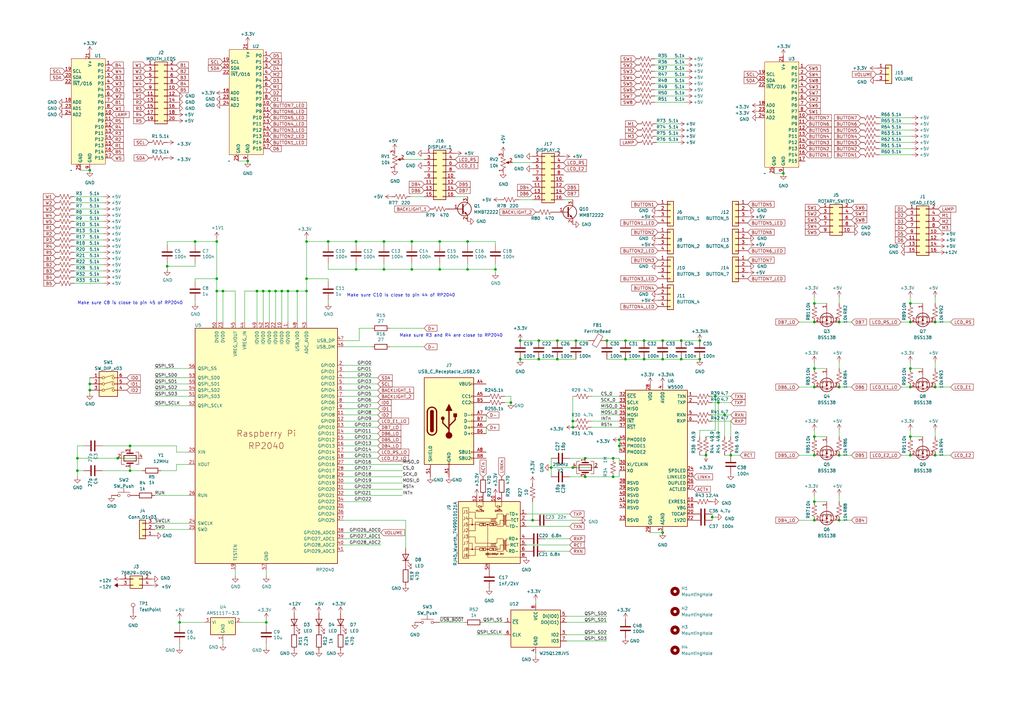
<source format=kicad_sch>
(kicad_sch (version 20230121) (generator eeschema)
  (paper "A3")
  (junction (at 88.9 119.38))
  (junction (at 180.34 99.06))
  (junction (at 299.72 186.69))
  (junction (at 31.75 193.04))
  (junction (at 218.44 213.36))
  (junction (at 373.38 158.75))
  (junction (at 289.56 186.69))
  (junction (at 53.34 193.04))
  (junction (at 168.91 110.49))
  (junction (at 191.77 110.49))
  (junction (at 344.17 132.08))
  (junction (at 226.06 191.77))
  (junction (at 234.95 172.72))
  (junction (at 373.38 124.46))
  (junction (at 279.4 147.32))
  (junction (at 88.9 99.06))
  (junction (at 334.01 213.36))
  (junction (at 271.78 147.32))
  (junction (at 334.01 151.13))
  (junction (at 373.38 151.13))
  (junction (at 36.83 160.02))
  (junction (at 256.54 147.32))
  (junction (at 234.95 191.77))
  (junction (at 236.22 139.7))
  (junction (at 146.05 110.49))
  (junction (at 344.17 186.69))
  (junction (at 203.2 110.49))
  (junction (at 107.95 119.38))
  (junction (at 234.95 175.26))
  (junction (at 287.02 147.32))
  (junction (at 321.31 71.12))
  (junction (at 344.17 213.36))
  (junction (at 91.44 119.38))
  (junction (at 157.48 99.06))
  (junction (at 228.6 147.32))
  (junction (at 73.66 255.27))
  (junction (at 279.4 139.7))
  (junction (at 294.64 165.1))
  (junction (at 334.01 186.69))
  (junction (at 36.83 69.85))
  (junction (at 113.03 119.38))
  (junction (at 264.16 139.7))
  (junction (at 168.91 99.06))
  (junction (at 53.34 182.88))
  (junction (at 146.05 99.06))
  (junction (at 373.38 186.69))
  (junction (at 251.46 187.96))
  (junction (at 334.01 179.07))
  (junction (at 80.01 99.06))
  (junction (at 254 182.88))
  (junction (at 125.73 114.3))
  (junction (at 180.34 110.49))
  (junction (at 209.55 165.1))
  (junction (at 228.6 139.7))
  (junction (at 271.78 139.7))
  (junction (at 287.02 139.7))
  (junction (at 68.58 109.22))
  (junction (at 248.92 139.7))
  (junction (at 121.92 119.38))
  (junction (at 240.03 187.96))
  (junction (at 373.38 132.08))
  (junction (at 110.49 119.38))
  (junction (at 297.18 170.18))
  (junction (at 373.38 179.07))
  (junction (at 334.01 124.46))
  (junction (at 256.54 139.7))
  (junction (at 271.78 218.44))
  (junction (at 220.98 139.7))
  (junction (at 240.03 195.58))
  (junction (at 213.36 147.32))
  (junction (at 191.77 99.06))
  (junction (at 105.41 119.38))
  (junction (at 125.73 119.38))
  (junction (at 31.75 187.96))
  (junction (at 292.1 212.09))
  (junction (at 109.22 255.27))
  (junction (at 264.16 147.32))
  (junction (at 383.54 186.69))
  (junction (at 220.98 147.32))
  (junction (at 293.37 162.56))
  (junction (at 36.83 157.48))
  (junction (at 251.46 195.58))
  (junction (at 134.62 99.06))
  (junction (at 334.01 158.75))
  (junction (at 383.54 132.08))
  (junction (at 157.48 110.49))
  (junction (at 48.26 187.96))
  (junction (at 334.01 205.74))
  (junction (at 334.01 132.08))
  (junction (at 344.17 158.75))
  (junction (at 88.9 114.3))
  (junction (at 118.11 119.38))
  (junction (at 115.57 119.38))
  (junction (at 101.6 66.04))
  (junction (at 125.73 99.06))
  (junction (at 254 180.34))
  (junction (at 383.54 158.75))
  (junction (at 213.36 139.7))
  (wire (pts (xy 180.34 99.06) (xy 191.77 99.06)))
  (wire (pts (xy 180.34 255.27) (xy 190.5 255.27)))
  (wire (pts (xy 146.05 110.49) (xy 134.62 110.49)))
  (wire (pts (xy 383.54 186.69) (xy 389.89 186.69)))
  (wire (pts (xy 373.38 151.13) (xy 378.46 151.13)))
  (wire (pts (xy 88.9 119.38) (xy 88.9 132.08)))
  (wire (pts (xy 80.01 99.06) (xy 88.9 99.06)))
  (wire (pts (xy 281.305 26.67) (xy 268.605 26.67)))
  (wire (pts (xy 41.91 182.88) (xy 53.34 182.88)))
  (wire (pts (xy 96.52 132.08) (xy 96.52 119.38)))
  (wire (pts (xy 334.01 151.13) (xy 339.09 151.13)))
  (wire (pts (xy 134.62 115.57) (xy 134.62 114.3)))
  (wire (pts (xy 80.01 100.33) (xy 80.01 99.06)))
  (wire (pts (xy 240.03 195.58) (xy 233.68 195.58)))
  (wire (pts (xy 140.97 203.2) (xy 165.1 203.2)))
  (wire (pts (xy 140.97 170.18) (xy 154.94 170.18)))
  (wire (pts (xy 292.1 172.72) (xy 299.72 172.72)))
  (wire (pts (xy 219.71 246.38) (xy 219.71 247.65)))
  (wire (pts (xy 134.62 107.95) (xy 134.62 110.49)))
  (wire (pts (xy 240.03 187.96) (xy 233.68 187.96)))
  (wire (pts (xy 374.015 53.34) (xy 360.68 53.34)))
  (wire (pts (xy 125.73 99.06) (xy 125.73 114.3)))
  (wire (pts (xy 63.5 154.94) (xy 77.47 154.94)))
  (wire (pts (xy 334.01 148.59) (xy 334.01 151.13)))
  (wire (pts (xy 72.39 185.42) (xy 77.47 185.42)))
  (wire (pts (xy 344.17 176.53) (xy 344.17 179.07)))
  (wire (pts (xy 166.37 213.36) (xy 166.37 224.79)))
  (wire (pts (xy 242.57 162.56) (xy 254 162.56)))
  (wire (pts (xy 287.02 139.7) (xy 279.4 139.7)))
  (wire (pts (xy 125.73 114.3) (xy 125.73 119.38)))
  (wire (pts (xy 220.98 147.32) (xy 228.6 147.32)))
  (wire (pts (xy 232.41 252.73) (xy 248.92 252.73)))
  (wire (pts (xy 42.545 116.205) (xy 30.48 116.205)))
  (wire (pts (xy 80.01 123.19) (xy 80.01 124.46)))
  (wire (pts (xy 287.02 186.69) (xy 289.56 186.69)))
  (wire (pts (xy 299.72 165.1) (xy 294.64 165.1)))
  (wire (pts (xy 226.06 195.58) (xy 226.06 191.77)))
  (wire (pts (xy 140.97 160.02) (xy 154.94 160.02)))
  (wire (pts (xy 334.01 121.92) (xy 334.01 124.46)))
  (wire (pts (xy 42.545 90.805) (xy 30.48 90.805)))
  (wire (pts (xy 233.68 210.82) (xy 215.9 210.82)))
  (wire (pts (xy 191.77 99.06) (xy 203.2 99.06)))
  (wire (pts (xy 209.55 162.56) (xy 207.01 162.56)))
  (wire (pts (xy 140.97 172.72) (xy 154.94 172.72)))
  (wire (pts (xy 292.1 170.18) (xy 297.18 170.18)))
  (wire (pts (xy 292.1 212.09) (xy 292.1 213.36)))
  (wire (pts (xy 374.015 55.88) (xy 360.68 55.88)))
  (wire (pts (xy 213.36 139.7) (xy 220.98 139.7)))
  (wire (pts (xy 80.01 109.22) (xy 80.01 107.95)))
  (wire (pts (xy 140.97 190.5) (xy 165.1 190.5)))
  (wire (pts (xy 373.38 148.59) (xy 373.38 151.13)))
  (wire (pts (xy 234.95 191.77) (xy 226.06 191.77)))
  (wire (pts (xy 77.47 214.63) (xy 63.5 214.63)))
  (wire (pts (xy 207.01 165.1) (xy 209.55 165.1)))
  (wire (pts (xy 245.11 191.77) (xy 234.95 191.77)))
  (wire (pts (xy 373.38 176.53) (xy 373.38 179.07)))
  (wire (pts (xy 374.015 60.96) (xy 360.68 60.96)))
  (wire (pts (xy 281.305 31.75) (xy 268.605 31.75)))
  (wire (pts (xy 281.305 24.13) (xy 268.605 24.13)))
  (wire (pts (xy 254 182.88) (xy 254 185.42)))
  (wire (pts (xy 121.92 132.08) (xy 121.92 119.38)))
  (wire (pts (xy 168.91 110.49) (xy 157.48 110.49)))
  (wire (pts (xy 297.18 186.69) (xy 299.72 186.69)))
  (wire (pts (xy 77.47 190.5) (xy 72.39 190.5)))
  (wire (pts (xy 66.04 193.04) (xy 72.39 193.04)))
  (wire (pts (xy 199.39 175.26) (xy 199.39 177.8)))
  (wire (pts (xy 231.14 81.915) (xy 234.95 81.915)))
  (wire (pts (xy 266.7 218.44) (xy 271.78 218.44)))
  (wire (pts (xy 191.77 110.49) (xy 180.34 110.49)))
  (wire (pts (xy 234.95 162.56) (xy 234.95 172.72)))
  (wire (pts (xy 168.275 80.645) (xy 173.99 80.645)))
  (wire (pts (xy 180.34 110.49) (xy 168.91 110.49)))
  (wire (pts (xy 344.17 213.36) (xy 349.25 213.36)))
  (wire (pts (xy 254 190.5) (xy 254 187.96)))
  (wire (pts (xy 140.97 220.98) (xy 156.21 220.98)))
  (wire (pts (xy 327.66 158.75) (xy 334.01 158.75)))
  (wire (pts (xy 140.97 157.48) (xy 154.94 157.48)))
  (wire (pts (xy 147.32 134.62) (xy 147.32 139.7)))
  (wire (pts (xy 109.22 256.54) (xy 109.22 255.27)))
  (wire (pts (xy 42.545 103.505) (xy 30.48 103.505)))
  (wire (pts (xy 218.44 213.36) (xy 215.9 213.36)))
  (wire (pts (xy 140.97 213.36) (xy 166.37 213.36)))
  (wire (pts (xy 146.05 107.95) (xy 146.05 110.49)))
  (wire (pts (xy 109.22 264.16) (xy 109.22 265.43)))
  (wire (pts (xy 31.75 187.96) (xy 31.75 193.04)))
  (wire (pts (xy 140.97 187.96) (xy 154.94 187.96)))
  (wire (pts (xy 140.97 162.56) (xy 154.94 162.56)))
  (wire (pts (xy 88.9 97.79) (xy 88.9 99.06)))
  (wire (pts (xy 233.68 220.98) (xy 223.52 220.98)))
  (wire (pts (xy 292.1 210.82) (xy 292.1 212.09)))
  (wire (pts (xy 157.48 107.95) (xy 157.48 110.49)))
  (wire (pts (xy 42.545 83.185) (xy 30.48 83.185)))
  (wire (pts (xy 251.46 195.58) (xy 254 195.58)))
  (wire (pts (xy 99.06 255.27) (xy 109.22 255.27)))
  (wire (pts (xy 327.66 213.36) (xy 334.01 213.36)))
  (wire (pts (xy 186.69 80.645) (xy 191.77 80.645)))
  (wire (pts (xy 31.75 193.04) (xy 31.75 195.58)))
  (wire (pts (xy 36.83 157.48) (xy 36.83 160.02)))
  (wire (pts (xy 256.54 147.32) (xy 264.16 147.32)))
  (wire (pts (xy 105.41 132.08) (xy 105.41 119.38)))
  (wire (pts (xy 134.62 100.33) (xy 134.62 99.06)))
  (wire (pts (xy 271.78 147.32) (xy 279.4 147.32)))
  (wire (pts (xy 374.015 63.5) (xy 360.68 63.5)))
  (wire (pts (xy 140.97 200.66) (xy 165.1 200.66)))
  (wire (pts (xy 293.37 176.53) (xy 293.37 162.56)))
  (wire (pts (xy 195.58 260.35) (xy 207.01 260.35)))
  (wire (pts (xy 53.34 182.88) (xy 72.39 182.88)))
  (wire (pts (xy 73.66 256.54) (xy 73.66 255.27)))
  (wire (pts (xy 334.01 176.53) (xy 334.01 179.07)))
  (wire (pts (xy 334.01 205.74) (xy 339.09 205.74)))
  (wire (pts (xy 140.97 198.12) (xy 165.1 198.12)))
  (wire (pts (xy 228.6 139.7) (xy 236.22 139.7)))
  (wire (pts (xy 191.77 107.95) (xy 191.77 110.49)))
  (wire (pts (xy 242.57 172.72) (xy 254 172.72)))
  (wire (pts (xy 140.97 205.74) (xy 152.4 205.74)))
  (wire (pts (xy 369.57 158.75) (xy 373.38 158.75)))
  (wire (pts (xy 42.545 88.265) (xy 30.48 88.265)))
  (wire (pts (xy 109.22 255.27) (xy 109.22 254)))
  (wire (pts (xy 344.17 186.69) (xy 349.25 186.69)))
  (wire (pts (xy 281.305 36.83) (xy 268.605 36.83)))
  (wire (pts (xy 281.305 39.37) (xy 268.605 39.37)))
  (wire (pts (xy 42.545 98.425) (xy 30.48 98.425)))
  (wire (pts (xy 299.72 186.69) (xy 303.53 186.69)))
  (wire (pts (xy 140.97 195.58) (xy 165.1 195.58)))
  (wire (pts (xy 180.34 107.95) (xy 180.34 110.49)))
  (wire (pts (xy 373.38 124.46) (xy 378.46 124.46)))
  (wire (pts (xy 53.34 191.77) (xy 53.34 193.04)))
  (wire (pts (xy 251.46 187.96) (xy 254 187.96)))
  (wire (pts (xy 220.98 139.7) (xy 228.6 139.7)))
  (wire (pts (xy 140.97 152.4) (xy 152.4 152.4)))
  (wire (pts (xy 140.97 167.64) (xy 154.94 167.64)))
  (wire (pts (xy 327.66 186.69) (xy 334.01 186.69)))
  (wire (pts (xy 109.22 233.68) (xy 109.22 236.22)))
  (wire (pts (xy 246.38 170.18) (xy 254 170.18)))
  (wire (pts (xy 88.9 99.06) (xy 88.9 114.3)))
  (wire (pts (xy 36.83 154.94) (xy 36.83 157.48)))
  (wire (pts (xy 228.6 147.32) (xy 236.22 147.32)))
  (wire (pts (xy 289.56 179.07) (xy 294.64 179.07)))
  (wire (pts (xy 42.545 93.345) (xy 30.48 93.345)))
  (wire (pts (xy 105.41 119.38) (xy 107.95 119.38)))
  (wire (pts (xy 191.77 110.49) (xy 203.2 110.49)))
  (wire (pts (xy 383.54 132.08) (xy 389.89 132.08)))
  (wire (pts (xy 240.03 187.96) (xy 251.46 187.96)))
  (wire (pts (xy 140.97 154.94) (xy 154.94 154.94)))
  (wire (pts (xy 80.01 114.3) (xy 88.9 114.3)))
  (wire (pts (xy 63.5 160.02) (xy 77.47 160.02)))
  (wire (pts (xy 42.545 95.885) (xy 30.48 95.885)))
  (wire (pts (xy 279.4 139.7) (xy 271.78 139.7)))
  (wire (pts (xy 121.92 119.38) (xy 125.73 119.38)))
  (wire (pts (xy 232.41 260.35) (xy 248.92 260.35)))
  (wire (pts (xy 125.73 119.38) (xy 125.73 132.08)))
  (wire (pts (xy 254 193.04) (xy 254 195.58)))
  (wire (pts (xy 233.68 223.52) (xy 215.9 223.52)))
  (wire (pts (xy 374.015 48.26) (xy 360.68 48.26)))
  (wire (pts (xy 73.66 264.16) (xy 73.66 265.43)))
  (wire (pts (xy 344.17 132.08) (xy 349.25 132.08)))
  (wire (pts (xy 160.02 134.62) (xy 173.99 134.62)))
  (wire (pts (xy 91.44 119.38) (xy 88.9 119.38)))
  (wire (pts (xy 383.54 158.75) (xy 389.89 158.75)))
  (wire (pts (xy 68.58 100.33) (xy 68.58 99.06)))
  (wire (pts (xy 72.39 190.5) (xy 72.39 193.04)))
  (wire (pts (xy 157.48 100.33) (xy 157.48 99.06)))
  (wire (pts (xy 199.39 170.18) (xy 199.39 172.72)))
  (wire (pts (xy 113.03 132.08) (xy 113.03 119.38)))
  (wire (pts (xy 42.545 106.045) (xy 30.48 106.045)))
  (wire (pts (xy 118.11 119.38) (xy 121.92 119.38)))
  (wire (pts (xy 31.75 187.96) (xy 48.26 187.96)))
  (wire (pts (xy 344.17 148.59) (xy 344.17 151.13)))
  (wire (pts (xy 41.91 193.04) (xy 53.34 193.04)))
  (wire (pts (xy 374.015 58.42) (xy 360.68 58.42)))
  (wire (pts (xy 203.2 107.95) (xy 203.2 110.49)))
  (wire (pts (xy 334.01 124.46) (xy 339.09 124.46)))
  (wire (pts (xy 77.47 217.17) (xy 63.5 217.17)))
  (wire (pts (xy 110.49 119.38) (xy 113.03 119.38)))
  (wire (pts (xy 134.62 99.06) (xy 146.05 99.06)))
  (wire (pts (xy 344.17 158.75) (xy 349.25 158.75)))
  (wire (pts (xy 42.545 108.585) (xy 30.48 108.585)))
  (wire (pts (xy 36.83 161.29) (xy 36.83 160.02)))
  (wire (pts (xy 77.47 151.13) (xy 63.5 151.13)))
  (wire (pts (xy 125.73 97.79) (xy 125.73 99.06)))
  (wire (pts (xy 33.02 69.85) (xy 36.83 69.85)))
  (wire (pts (xy 140.97 139.7) (xy 147.32 139.7)))
  (wire (pts (xy 281.305 29.21) (xy 268.605 29.21)))
  (wire (pts (xy 72.39 185.42) (xy 72.39 182.88)))
  (wire (pts (xy 42.545 85.725) (xy 30.48 85.725)))
  (wire (pts (xy 63.5 157.48) (xy 77.47 157.48)))
  (wire (pts (xy 264.16 147.32) (xy 271.78 147.32)))
  (wire (pts (xy 281.305 34.29) (xy 268.605 34.29)))
  (wire (pts (xy 279.4 147.32) (xy 287.02 147.32)))
  (wire (pts (xy 147.32 134.62) (xy 152.4 134.62)))
  (wire (pts (xy 68.58 109.22) (xy 68.58 110.49)))
  (wire (pts (xy 256.54 139.7) (xy 248.92 139.7)))
  (wire (pts (xy 383.54 176.53) (xy 383.54 179.07)))
  (wire (pts (xy 334.01 179.07) (xy 339.09 179.07)))
  (wire (pts (xy 157.48 110.49) (xy 146.05 110.49)))
  (wire (pts (xy 115.57 132.08) (xy 115.57 119.38)))
  (wire (pts (xy 80.01 115.57) (xy 80.01 114.3)))
  (wire (pts (xy 134.62 123.19) (xy 134.62 124.46)))
  (wire (pts (xy 42.545 113.665) (xy 30.48 113.665)))
  (wire (pts (xy 240.03 195.58) (xy 251.46 195.58)))
  (wire (pts (xy 191.77 100.33) (xy 191.77 99.06)))
  (wire (pts (xy 213.36 147.32) (xy 220.98 147.32)))
  (wire (pts (xy 327.66 132.08) (xy 334.01 132.08)))
  (wire (pts (xy 254 180.34) (xy 254 182.88)))
  (wire (pts (xy 293.37 162.56) (xy 292.1 162.56)))
  (wire (pts (xy 53.34 193.04) (xy 58.42 193.04)))
  (wire (pts (xy 287.02 179.07) (xy 287.02 176.53)))
  (wire (pts (xy 271.78 139.7) (xy 264.16 139.7)))
  (wire (pts (xy 234.95 172.72) (xy 234.95 175.26)))
  (wire (pts (xy 115.57 119.38) (xy 118.11 119.38)))
  (wire (pts (xy 140.97 142.24) (xy 152.4 142.24)))
  (wire (pts (xy 140.97 165.1) (xy 154.94 165.1)))
  (wire (pts (xy 299.72 170.18) (xy 297.18 170.18)))
  (wire (pts (xy 34.29 182.88) (xy 31.75 182.88)))
  (wire (pts (xy 209.55 162.56) (xy 209.55 165.1)))
  (wire (pts (xy 373.38 179.07) (xy 378.46 179.07)))
  (wire (pts (xy 299.72 162.56) (xy 293.37 162.56)))
  (wire (pts (xy 73.66 254) (xy 73.66 255.27)))
  (wire (pts (xy 140.97 223.52) (xy 156.21 223.52)))
  (wire (pts (xy 278.13 58.42) (xy 269.24 58.42)))
  (wire (pts (xy 63.5 162.56) (xy 77.47 162.56)))
  (wire (pts (xy 160.02 142.24) (xy 173.99 142.24)))
  (wire (pts (xy 292.1 212.09) (xy 293.37 212.09)))
  (wire (pts (xy 281.305 41.91) (xy 268.605 41.91)))
  (wire (pts (xy 91.44 132.08) (xy 91.44 119.38)))
  (wire (pts (xy 369.57 132.08) (xy 373.38 132.08)))
  (wire (pts (xy 146.05 100.33) (xy 146.05 99.06)))
  (wire (pts (xy 77.47 166.37) (xy 63.5 166.37)))
  (wire (pts (xy 48.26 187.96) (xy 58.42 187.96)))
  (wire (pts (xy 77.47 203.2) (xy 63.5 203.2)))
  (wire (pts (xy 278.13 55.88) (xy 269.24 55.88)))
  (wire (pts (xy 218.44 205.74) (xy 218.44 213.36)))
  (wire (pts (xy 237.49 213.36) (xy 226.06 213.36)))
  (wire (pts (xy 140.97 149.86) (xy 152.4 149.86)))
  (wire (pts (xy 344.17 121.92) (xy 344.17 124.46)))
  (wire (pts (xy 210.185 66.675) (xy 218.44 66.675)))
  (wire (pts (xy 140.97 185.42) (xy 154.94 185.42)))
  (wire (pts (xy 297.18 170.18) (xy 297.18 179.07)))
  (wire (pts (xy 287.02 176.53) (xy 293.37 176.53)))
  (wire (pts (xy 248.92 147.32) (xy 256.54 147.32)))
  (wire (pts (xy 83.82 255.27) (xy 73.66 255.27)))
  (wire (pts (xy 241.3 139.7) (xy 236.22 139.7)))
  (wire (pts (xy 369.57 186.69) (xy 373.38 186.69)))
  (wire (pts (xy 68.58 99.06) (xy 80.01 99.06)))
  (wire (pts (xy 203.2 100.33) (xy 203.2 99.06)))
  (wire (pts (xy 140.97 175.26) (xy 154.94 175.26)))
  (wire (pts (xy 97.79 66.04) (xy 101.6 66.04)))
  (wire (pts (xy 118.11 119.38) (xy 118.11 132.08)))
  (wire (pts (xy 140.97 180.34) (xy 154.94 180.34)))
  (wire (pts (xy 226.06 191.77) (xy 226.06 187.96)))
  (wire (pts (xy 53.34 184.15) (xy 53.34 182.88)))
  (wire (pts (xy 317.5 71.12) (xy 321.31 71.12)))
  (wire (pts (xy 198.12 255.27) (xy 207.01 255.27)))
  (wire (pts (xy 107.95 132.08) (xy 107.95 119.38)))
  (wire (pts (xy 212.725 81.915) (xy 218.44 81.915)))
  (wire (pts (xy 125.73 114.3) (xy 134.62 114.3)))
  (wire (pts (xy 232.41 262.89) (xy 248.92 262.89)))
  (wire (pts (xy 294.64 165.1) (xy 292.1 165.1)))
  (wire (pts (xy 264.16 139.7) (xy 256.54 139.7)))
  (wire (pts (xy 383.54 148.59) (xy 383.54 151.13)))
  (wire (pts (xy 168.91 107.95) (xy 168.91 110.49)))
  (wire (pts (xy 34.29 193.04) (xy 31.75 193.04)))
  (wire (pts (xy 113.03 119.38) (xy 115.57 119.38)))
  (wire (pts (xy 100.33 119.38) (xy 105.41 119.38)))
  (wire (pts (xy 165.735 65.405) (xy 173.99 65.405)))
  (wire (pts (xy 233.68 215.9) (xy 215.9 215.9)))
  (wire (pts (xy 168.91 99.06) (xy 180.34 99.06)))
  (wire (pts (xy 91.44 262.89) (xy 91.44 264.16)))
  (wire (pts (xy 96.52 119.38) (xy 91.44 119.38)))
  (wire (pts (xy 246.38 167.64) (xy 254 167.64)))
  (wire (pts (xy 232.41 255.27) (xy 248.92 255.27)))
  (wire (pts (xy 146.05 99.06) (xy 157.48 99.06)))
  (wire (pts (xy 42.545 80.645) (xy 30.48 80.645)))
  (wire (pts (xy 157.48 99.06) (xy 168.91 99.06)))
  (wire (pts (xy 100.33 132.08) (xy 100.33 119.38)))
  (wire (pts (xy 278.13 53.34) (xy 269.24 53.34)))
  (wire (pts (xy 242.57 175.26) (xy 254 175.26)))
  (wire (pts (xy 110.49 132.08) (xy 110.49 119.38)))
  (wire (pts (xy 299.72 172.72) (xy 299.72 179.07)))
  (wire (pts (xy 42.545 111.125) (xy 30.48 111.125)))
  (wire (pts (xy 219.71 267.97) (xy 219.71 269.24)))
  (wire (pts (xy 374.015 50.8) (xy 360.68 50.8)))
  (wire (pts (xy 246.38 165.1) (xy 254 165.1)))
  (wire (pts (xy 344.17 203.2) (xy 344.17 205.74)))
  (wire (pts (xy 278.13 50.8) (xy 269.24 50.8)))
  (wire (pts (xy 68.58 109.22) (xy 80.01 109.22)))
  (wire (pts (xy 42.545 100.965) (xy 30.48 100.965)))
  (wire (pts (xy 203.2 110.49) (xy 203.2 111.76)))
  (wire (pts (xy 233.68 226.06) (xy 223.52 226.06)))
  (wire (pts (xy 125.73 99.06) (xy 134.62 99.06)))
  (wire (pts (xy 140.97 177.8) (xy 154.94 177.8)))
  (wire (pts (xy 31.75 182.88) (xy 31.75 187.96)))
  (wire (pts (xy 68.58 107.95) (xy 68.58 109.22)))
  (wire (pts (xy 140.97 182.88) (xy 154.94 182.88)))
  (wire (pts (xy 334.01 203.2) (xy 334.01 205.74)))
  (wire (pts (xy 168.91 100.33) (xy 168.91 99.06)))
  (wire (pts (xy 140.97 218.44) (xy 156.21 218.44)))
  (wire (pts (xy 107.95 119.38) (xy 110.49 119.38)))
  (wire (pts (xy 96.52 233.68) (xy 96.52 236.22)))
  (wire (pts (xy 88.9 114.3) (xy 88.9 119.38)))
  (wire (pts (xy 140.97 193.04) (xy 165.1 193.04)))
  (wire (pts (xy 294.64 179.07) (xy 294.64 165.1)))
  (wire (pts (xy 373.38 121.92) (xy 373.38 124.46)))
  (wire (pts (xy 180.34 100.33) (xy 180.34 99.06)))
  (wire (pts (xy 383.54 121.92) (xy 383.54 124.46)))
  (text "Make sure R3 and R4 are close to RP2040" (at 163.83 138.43 0) (effects (font (size 1.27 1.27)) (justify left bottom)))
  (text "Make sure C10 is close to pin 44 of RP2040" (at 142.24 121.92 0) (effects (font (size 1.27 1.27)) (justify left bottom)))
  (text "Make sure C8 is close to pin 45 of RP2040" (at 31.75 125.095 0) (effects (font (size 1.27 1.27)) (justify left bottom)))
  (label "GPIO16" (at 152.4 190.5 180))
  (label "GPIO17" (at 152.4 193.04 180))
  (label "GPIO14" (at 152.4 185.42 180))
  (label "GPIO0" (at 152.4 149.86 180))
  (label "GPIO7" (at 152.4 167.64 180))
  (label "QSPI_SCLK" (at 63.5 166.37 0))
  (label "GPIO1" (at 152.4 152.4 180))
  (label "MOSI_0" (at 165.1 198.12 0))
  (label "QSPI_SD1" (at 63.5 157.48 0))
  (label "QSPI_SD2" (at 63.5 160.02 0))
  (label "GPIO18" (at 152.4 195.58 180))
  (label "CS_0" (at 246.38 162.56 0))
  (label "QSPI_SS" (at 63.5 151.13 0))
  (label "QSPI_SD0" (at 63.5 154.94 0))
  (label "GPIO15" (at 152.4 187.96 180))
  (label "SCK_0" (at 165.1 195.58 0))
  (label "QSPI_SD1" (at 248.92 255.27 180))
  (label "INTn" (at 246.38 172.72 0))
  (label "GPIO13" (at 152.4 182.88 180))
  (label "SCK_0" (at 246.38 165.1 0))
  (label "QSPI_SCLK" (at 195.58 260.35 0))
  (label "GPIO19" (at 152.4 198.12 180))
  (label "GPIO12" (at 152.4 180.34 180))
  (label "RUN" (at 63.5 203.2 0))
  (label "SWD" (at 63.5 217.17 0))
  (label "GPIO20" (at 152.4 200.66 180))
  (label "GPIO11" (at 152.4 177.8 180))
  (label "CS_0" (at 165.1 193.04 0))
  (label "GPIO4" (at 152.4 160.02 180))
  (label "QSPI_SD0" (at 248.92 252.73 180))
  (label "QSPI_SD2" (at 248.92 260.35 180))
  (label "GPIO28_ADC2" (at 156.21 223.52 180))
  (label "GPIO8" (at 152.4 170.18 180))
  (label "~{USB_BOOT}" (at 180.34 255.27 0))
  (label "RSTn" (at 246.38 175.26 0))
  (label "MISO_0" (at 165.1 190.5 0))
  (label "SWCLK" (at 63.5 214.63 0))
  (label "GPIO5" (at 152.4 162.56 180))
  (label "GPIO10" (at 152.4 175.26 180))
  (label "GPIO9" (at 152.4 172.72 180))
  (label "QSPI_SS" (at 198.12 255.27 0))
  (label "MISO_0" (at 246.38 167.64 0))
  (label "GPIO3" (at 152.4 157.48 180))
  (label "INTn" (at 165.1 203.2 0))
  (label "RSTn" (at 165.1 200.66 0))
  (label "QSPI_SD3" (at 63.5 162.56 0))
  (label "MOSI_0" (at 246.38 170.18 0))
  (label "GPIO22" (at 152.4 205.74 180))
  (label "GPIO27_ADC1" (at 156.21 220.98 180))
  (label "GPIO2" (at 152.4 154.94 180))
  (label "GPIO26_ADC0" (at 156.21 218.44 180))
  (label "QSPI_SD3" (at 248.92 262.89 180))
  (label "GPIO6" (at 152.4 165.1 180))
  (label "GPIO21" (at 152.4 203.2 180))
  (global_label "SW4" (shape input) (at 260.985 31.75 180) (property "Intersheetrefs" "${INTERSHEET_REFS}" (effects hide)))
  (global_label "TXP" (shape input) (at 233.68 210.82 0) (property "Intersheetrefs" "${INTERSHEET_REFS}" (effects hide)))
  (global_label "W4" (shape input) (at 59.69 34.29 180) (property "Intersheetrefs" "${INTERSHEET_REFS}" (effects hide)))
  (global_label "LCD_RS_LO" (shape input) (at 154.94 185.42 0) (property "Intersheetrefs" "${INTERSHEET_REFS}" (effects hide)))
  (global_label "R2" (shape input) (at 45.72 57.15 0) (property "Intersheetrefs" "${INTERSHEET_REFS}" (effects hide)))
  (global_label "DB4_LO" (shape input) (at 154.94 182.88 0) (property "Intersheetrefs" "${INTERSHEET_REFS}" (effects hide)))
  (global_label "DB6_LO" (shape input) (at 327.66 158.75 180) (property "Intersheetrefs" "${INTERSHEET_REFS}" (effects hide)))
  (global_label "SW6" (shape input) (at 349.25 85.09 0) (property "Intersheetrefs" "${INTERSHEET_REFS}" (effects hide)))
  (global_label "SW2" (shape input) (at 330.2 40.64 0) (property "Intersheetrefs" "${INTERSHEET_REFS}" (effects hide)))
  (global_label "ACTn" (shape input) (at 198.12 195.58 90) (property "Intersheetrefs" "${INTERSHEET_REFS}" (effects hide)))
  (global_label "M2" (shape input) (at 384.81 90.805 0) (property "Intersheetrefs" "${INTERSHEET_REFS}" (effects hide)))
  (global_label "B2" (shape input) (at 22.86 108.585 180) (property "Intersheetrefs" "${INTERSHEET_REFS}" (effects hide)))
  (global_label "RCT" (shape input) (at 303.53 186.69 0) (property "Intersheetrefs" "${INTERSHEET_REFS}" (effects hide)))
  (global_label "B3" (shape input) (at 72.39 31.75 0) (property "Intersheetrefs" "${INTERSHEET_REFS}" (effects hide)))
  (global_label "B3" (shape input) (at 22.86 111.125 180) (property "Intersheetrefs" "${INTERSHEET_REFS}" (effects hide)))
  (global_label "W3" (shape input) (at 22.86 85.725 180) (property "Intersheetrefs" "${INTERSHEET_REFS}" (effects hide)))
  (global_label "SCL" (shape input) (at 154.94 157.48 0) (property "Intersheetrefs" "${INTERSHEET_REFS}" (effects hide)))
  (global_label "BUTTON3_LED" (shape input) (at 110.49 53.34 0) (property "Intersheetrefs" "${INTERSHEET_REFS}" (effects hide)))
  (global_label "RCT" (shape input) (at 233.68 223.52 0) (property "Intersheetrefs" "${INTERSHEET_REFS}" (effects hide)))
  (global_label "BUTTON7" (shape input) (at 353.06 48.26 180) (property "Intersheetrefs" "${INTERSHEET_REFS}" (effects hide)))
  (global_label "LCD_E1" (shape input) (at 186.69 67.945 0) (property "Intersheetrefs" "${INTERSHEET_REFS}" (effects hide)))
  (global_label "LCD_E2" (shape input) (at 231.14 69.215 0) (property "Intersheetrefs" "${INTERSHEET_REFS}" (effects hide)))
  (global_label "BUTTON6" (shape input) (at 306.705 95.25 0) (property "Intersheetrefs" "${INTERSHEET_REFS}" (effects hide)))
  (global_label "R4" (shape input) (at 59.69 46.99 180) (property "Intersheetrefs" "${INTERSHEET_REFS}" (effects hide)))
  (global_label "DB5_LO" (shape input) (at 154.94 180.34 0) (property "Intersheetrefs" "${INTERSHEET_REFS}" (effects hide)))
  (global_label "BUTTON5" (shape input) (at 353.06 53.34 180) (property "Intersheetrefs" "${INTERSHEET_REFS}" (effects hide)))
  (global_label "W1" (shape input) (at 59.69 26.67 180) (property "Intersheetrefs" "${INTERSHEET_REFS}" (effects hide)))
  (global_label "SW1" (shape input) (at 330.2 45.72 0) (property "Intersheetrefs" "${INTERSHEET_REFS}" (effects hide)))
  (global_label "SW2" (shape input) (at 336.55 87.63 180) (property "Intersheetrefs" "${INTERSHEET_REFS}" (effects hide)))
  (global_label "DB7" (shape input) (at 186.69 78.105 0) (property "Intersheetrefs" "${INTERSHEET_REFS}" (effects hide)))
  (global_label "D5" (shape input) (at 110.49 22.86 0) (property "Intersheetrefs" "${INTERSHEET_REFS}" (effects hide)))
  (global_label "D+" (shape input) (at 199.39 175.26 0) (property "Intersheetrefs" "${INTERSHEET_REFS}" (effects hide)))
  (global_label "DB5" (shape input) (at 186.69 75.565 0) (property "Intersheetrefs" "${INTERSHEET_REFS}" (effects hide)))
  (global_label "BUTTON4_LED" (shape input) (at 110.49 50.8 0) (property "Intersheetrefs" "${INTERSHEET_REFS}" (effects hide)))
  (global_label "SDA" (shape input) (at 91.44 27.94 180) (property "Intersheetrefs" "${INTERSHEET_REFS}" (effects hide)))
  (global_label "BUTTON4" (shape input) (at 353.06 55.88 180) (property "Intersheetrefs" "${INTERSHEET_REFS}" (effects hide)))
  (global_label "SW6" (shape input) (at 260.985 36.83 180) (property "Intersheetrefs" "${INTERSHEET_REFS}" (effects hide)))
  (global_label "DB6_LO" (shape input) (at 154.94 177.8 0) (property "Intersheetrefs" "${INTERSHEET_REFS}" (effects hide)))
  (global_label "RXN" (shape input) (at 233.68 226.06 0) (property "Intersheetrefs" "${INTERSHEET_REFS}" (effects hide)))
  (global_label "BUTTON4" (shape input) (at 269.875 118.11 180) (property "Intersheetrefs" "${INTERSHEET_REFS}" (effects hide)))
  (global_label "ID0" (shape input) (at 154.94 165.1 0) (property "Intersheetrefs" "${INTERSHEET_REFS}" (effects hide)))
  (global_label "W4" (shape input) (at 22.86 88.265 180) (property "Intersheetrefs" "${INTERSHEET_REFS}" (effects hide)))
  (global_label "D4" (shape input) (at 110.49 27.94 0) (property "Intersheetrefs" "${INTERSHEET_REFS}" (effects hide)))
  (global_label "SW1" (shape input) (at 260.985 24.13 180) (property "Intersheetrefs" "${INTERSHEET_REFS}" (effects hide)))
  (global_label "TXN" (shape input) (at 233.68 215.9 0) (property "Intersheetrefs" "${INTERSHEET_REFS}" (effects hide)))
  (global_label "W2" (shape input) (at 22.86 83.185 180) (property "Intersheetrefs" "${INTERSHEET_REFS}" (effects hide)))
  (global_label "LCD_E1_LO" (shape input) (at 154.94 172.72 0) (property "Intersheetrefs" "${INTERSHEET_REFS}" (effects hide)))
  (global_label "R4" (shape input) (at 22.86 100.965 180) (property "Intersheetrefs" "${INTERSHEET_REFS}" (effects hide)))
  (global_label "TXP" (shape input) (at 299.72 165.1 0) (property "Intersheetrefs" "${INTERSHEET_REFS}" (effects hide)))
  (global_label "DB4" (shape input) (at 218.44 76.835 180) (property "Intersheetrefs" "${INTERSHEET_REFS}" (effects hide)))
  (global_label "SDA" (shape input) (at 60.96 64.77 180) (property "Intersheetrefs" "${INTERSHEET_REFS}" (effects hide)))
  (global_label "M2" (shape input) (at 261.62 53.34 180) (property "Intersheetrefs" "${INTERSHEET_REFS}" (effects hide)))
  (global_label "SW4" (shape input) (at 330.2 30.48 0) (property "Intersheetrefs" "${INTERSHEET_REFS}" (effects hide)))
  (global_label "BACKLIGHT_2" (shape input) (at 219.71 86.995 180) (property "Intersheetrefs" "${INTERSHEET_REFS}" (effects hide)))
  (global_label "B1" (shape input) (at 72.39 26.67 0) (property "Intersheetrefs" "${INTERSHEET_REFS}" (effects hide)))
  (global_label "R2" (shape input) (at 59.69 41.91 180) (property "Intersheetrefs" "${INTERSHEET_REFS}" (effects hide)))
  (global_label "BUTTON5" (shape input) (at 306.705 83.82 0) (property "Intersheetrefs" "${INTERSHEET_REFS}" (effects hide)))
  (global_label "LCD_E1" (shape input) (at 389.89 158.75 0) (property "Intersheetrefs" "${INTERSHEET_REFS}" (effects hide)))
  (global_label "W5" (shape input) (at 45.72 64.77 0) (property "Intersheetrefs" "${INTERSHEET_REFS}" (effects hide)))
  (global_label "B1" (shape input) (at 45.72 41.91 0) (property "Intersheetrefs" "${INTERSHEET_REFS}" (effects hide)))
  (global_label "BUTTON5_LED" (shape input) (at 306.705 91.44 0) (property "Intersheetrefs" "${INTERSHEET_REFS}" (effects hide)))
  (global_label "M3" (shape input) (at 110.49 25.4 0) (property "Intersheetrefs" "${INTERSHEET_REFS}" (effects hide)))
  (global_label "LAMP" (shape input) (at 384.81 85.725 0) (property "Intersheetrefs" "${INTERSHEET_REFS}" (effects hide)))
  (global_label "B4" (shape input) (at 45.72 26.67 0) (property "Intersheetrefs" "${INTERSHEET_REFS}" (effects hide)))
  (global_label "DB6" (shape input) (at 218.44 79.375 180) (property "Intersheetrefs" "${INTERSHEET_REFS}" (effects hide)))
  (global_label "R1" (shape input) (at 59.69 39.37 180) (property "Intersheetrefs" "${INTERSHEET_REFS}" (effects hide)))
  (global_label "W1" (shape input) (at 22.86 80.645 180) (property "Intersheetrefs" "${INTERSHEET_REFS}" (effects hide)))
  (global_label "BUTTON2" (shape input) (at 269.875 95.25 180) (property "Intersheetrefs" "${INTERSHEET_REFS}" (effects hide)))
  (global_label "R5" (shape input) (at 45.72 49.53 0) (property "Intersheetrefs" "${INTERSHEET_REFS}" (effects hide)))
  (global_label "SW6" (shape input) (at 330.2 43.18 0) (property "Intersheetrefs" "${INTERSHEET_REFS}" (effects hide)))
  (global_label "BUTTON1" (shape input) (at 330.2 63.5 0) (property "Intersheetrefs" "${INTERSHEET_REFS}" (effects hide)))
  (global_label "SW2" (shape input) (at 260.985 26.67 180) (property "Intersheetrefs" "${INTERSHEET_REFS}" (effects hide)))
  (global_label "DB4" (shape input) (at 349.25 213.36 0) (property "Intersheetrefs" "${INTERSHEET_REFS}" (effects hide)))
  (global_label "R5" (shape input) (at 59.69 49.53 180) (property "Intersheetrefs" "${INTERSHEET_REFS}" (effects hide)))
  (global_label "LAMP" (shape input) (at 45.72 46.99 0) (property "Intersheetrefs" "${INTERSHEET_REFS}" (effects hide)))
  (global_label "DB4_LO" (shape input) (at 327.66 213.36 180) (property "Intersheetrefs" "${INTERSHEET_REFS}" (effects hide)))
  (global_label "M3" (shape input) (at 261.62 55.88 180) (property "Intersheetrefs" "${INTERSHEET_REFS}" (effects hide)))
  (global_label "BACKLIGHT_1" (shape input) (at 176.53 85.725 180) (property "Intersheetrefs" "${INTERSHEET_REFS}" (effects hide)))
  (global_label "SW1" (shape input) (at 336.55 85.09 180) (property "Intersheetrefs" "${INTERSHEET_REFS}" (effects hide)))
  (global_label "M2" (shape input) (at 110.49 30.48 0) (property "Intersheetrefs" "${INTERSHEET_REFS}" (effects hide)))
  (global_label "SDA" (shape input) (at 311.15 33.02 180) (property "Intersheetrefs" "${INTERSHEET_REFS}" (effects hide)))
  (global_label "SCL" (shape input) (at 91.44 25.4 180) (property "Intersheetrefs" "${INTERSHEET_REFS}" (effects hide)))
  (global_label "BUTTON1_LED" (shape input) (at 269.875 91.44 180) (property "Intersheetrefs" "${INTERSHEET_REFS}" (effects hide)))
  (global_label "W5" (shape input) (at 22.86 90.805 180) (property "Intersheetrefs" "${INTERSHEET_REFS}" (effects hide)))
  (global_label "RXN" (shape input) (at 299.72 170.18 0) (property "Intersheetrefs" "${INTERSHEET_REFS}" (effects hide)))
  (global_label "BUTTON3_LED" (shape input) (at 269.875 114.3 180) (property "Intersheetrefs" "${INTERSHEET_REFS}" (effects hide)))
  (global_label "R5" (shape input) (at 22.86 103.505 180) (property "Intersheetrefs" "${INTERSHEET_REFS}" (effects hide)))
  (global_label "D3" (shape input) (at 372.11 90.805 180) (property "Intersheetrefs" "${INTERSHEET_REFS}" (effects hide)))
  (global_label "LCD_E2_LO" (shape input) (at 154.94 187.96 0) (property "Intersheetrefs" "${INTERSHEET_REFS}" (effects hide)))
  (global_label "D-" (shape input) (at 173.99 142.24 0) (property "Intersheetrefs" "${INTERSHEET_REFS}" (effects hide)))
  (global_label "R2" (shape input) (at 22.86 95.885 180) (property "Intersheetrefs" "${INTERSHEET_REFS}" (effects hide)))
  (global_label "DB6" (shape input) (at 173.99 78.105 180) (property "Intersheetrefs" "${INTERSHEET_REFS}" (effects hide)))
  (global_label "BUTTON4_LED" (shape input) (at 269.875 125.73 180) (property "Intersheetrefs" "${INTERSHEET_REFS}" (effects hide)))
  (global_label "M1" (shape input) (at 384.81 88.265 0) (property "Intersheetrefs" "${INTERSHEET_REFS}" (effects hide)))
  (global_label "BUTTON3" (shape input) (at 353.06 58.42 180) (property "Intersheetrefs" "${INTERSHEET_REFS}" (effects hide)))
  (global_label "RXP" (shape input) (at 299.72 172.72 0) (property "Intersheetrefs" "${INTERSHEET_REFS}" (effects hide)))
  (global_label "ID1" (shape input) (at 154.94 167.64 0) (property "Intersheetrefs" "${INTERSHEET_REFS}" (effects hide)))
  (global_label "RXP" (shape input) (at 233.68 220.98 0) (property "Intersheetrefs" "${INTERSHEET_REFS}" (effects hide)))
  (global_label "B3" (shape input) (at 45.72 31.75 0) (property "Intersheetrefs" "${INTERSHEET_REFS}" (effects hide)))
  (global_label "LCD_E2_LO" (shape input) (at 369.57 186.69 180) (property "Intersheetrefs" "${INTERSHEET_REFS}" (effects hide)))
  (global_label "SW3" (shape input) (at 260.985 29.21 180) (property "Intersheetrefs" "${INTERSHEET_REFS}" (effects hide)))
  (global_label "SW3" (shape input) (at 336.55 90.17 180) (property "Intersheetrefs" "${INTERSHEET_REFS}" (effects hide)))
  (global_label "VOLUME" (shape input) (at 359.41 30.48 180) (property "Intersheetrefs" "${INTERSHEET_REFS}" (effects hide)))
  (global_label "ID2" (shape input) (at 154.94 170.18 0) (property "Intersheetrefs" "${INTERSHEET_REFS}" (effects hide)))
  (global_label "W5" (shape input) (at 59.69 36.83 180) (property "Intersheetrefs" "${INTERSHEET_REFS}" (effects hide)))
  (global_label "SCL" (shape input) (at 311.15 30.48 180) (property "Intersheetrefs" "${INTERSHEET_REFS}" (effects hide)))
  (global_label "BUTTON7" (shape input) (at 330.2 48.26 0) (property "Intersheetrefs" "${INTERSHEET_REFS}" (effects hide)))
  (global_label "R1" (shape input) (at 22.86 93.345 180) (property "Intersheetrefs" "${INTERSHEET_REFS}" (effects hide)))
  (global_label "LCD_E2" (shape input) (at 389.89 186.69 0) (property "Intersheetrefs" "${INTERSHEET_REFS}" (effects hide)))
  (global_label "ID2" (shape input) (at 52.07 160.02 0) (property "Intersheetrefs" "${INTERSHEET_REFS}" (effects hide)))
  (global_label "B1" (shape input) (at 22.86 106.045 180) (property "Intersheetrefs" "${INTERSHEET_REFS}" (effects hide)))
  (global_label "W2" (shape input) (at 59.69 29.21 180) (property "Intersheetrefs" "${INTERSHEET_REFS}" (effects hide)))
  (global_label "SW3" (shape input) (at 330.2 35.56 0) (property "Intersheetrefs" "${INTERSHEET_REFS}" (effects hide)))
  (global_label "BUTTON3" (shape input) (at 330.2 58.42 0) (property "Intersheetrefs" "${INTERSHEET_REFS}" (effects hide)))
  (global_label "BUTTON4" (shape input) (at 330.2 55.88 0) (property "Intersheetrefs" "${INTERSHEET_REFS}" (effects hide)))
  (global_label "DB4" (shape input) (at 173.99 75.565 180) (property "Intersheetrefs" "${INTERSHEET_REFS}" (effects hide)))
  (global_label "BUTTON3" (shape input) (at 269.875 106.68 180) (property "Intersheetrefs" "${INTERSHEET_REFS}" (effects hide)))
  (global_label "D+" (shape input) (at 173.99 134.62 0) (property "Intersheetrefs" "${INTERSHEET_REFS}" (effects hide)))
  (global_label "ACTn" (shape input) (at 284.48 200.66 0) (property "Intersheetrefs" "${INTERSHEET_REFS}" (effects hide)))
  (global_label "SW5" (shape input) (at 260.985 34.29 180) (property "Intersheetrefs" "${INTERSHEET_REFS}" (effects hide)))
  (global_label "ID0" (shape input) (at 52.07 154.94 0) (property "Intersheetrefs" "${INTERSHEET_REFS}" (effects hide)))
  (global_label "W3" (shape input) (at 45.72 34.29 0) (property "Intersheetrefs" "${INTERSHEET_REFS}" (effects hide)))
  (global_label "SW7" (shape input) (at 349.25 87.63 0) (property "Intersheetrefs" "${INTERSHEET_REFS}" (effects hide)))
  (global_label "BUTTON1" (shape input) (at 353.06 63.5 180) (property "Intersheetrefs" "${INTERSHEET_REFS}" (effects hide)))
  (global_label "SW7" (shape input) (at 260.985 39.37 180) (property "Intersheetrefs" "${INTERSHEET_REFS}" (effects hide)))
  (global_label "D3" (shape input) (at 110.49 33.02 0) (property "Intersheetrefs" "${INTERSHEET_REFS}" (effects hide)))
  (global_label "D4" (shape input) (at 372.11 93.345 180) (property "Intersheetrefs" "${INTERSHEET_REFS}" (effects hide)))
  (global_label "B5" (shape input) (at 22.86 116.205 180) (property "Intersheetrefs" "${INTERSHEET_REFS}" (effects hide)))
  (global_label "BUTTON1" (shape input) (at 269.875 83.82 180) (property "Intersheetrefs" "${INTERSHEET_REFS}" (effects hide)))
  (global_label "LCD_E1_LO" (shape input) (at 369.57 158.75 180) (property "Intersheetrefs" "${INTERSHEET_REFS}" (effects hide)))
  (global_label "LINKn" (shape input) (at 284.48 195.58 0) (property "Intersheetrefs" "${INTERSHEET_REFS}" (effects hide)))
  (global_label "R4" (shape input) (at 45.72 52.07 0) (property "Intersheetrefs" "${INTERSHEET_REFS}" (effects hide)))
  (global_label "BUTTON5_LED" (shape input) (at 110.49 48.26 0) (property "Intersheetrefs" "${INTERSHEET_REFS}" (effects hide)))
  (global_label "BUTTON7_LED" (shape input) (at 110.49 43.18 0) (property "Intersheetrefs" "${INTERSHEET_REFS}" (effects hide)))
  (global_label "BACKLIGHT_2" (shape input) (at 154.94 162.56 0) (property "Intersheetrefs" "${INTERSHEET_REFS}" (effects hide)))
  (global_label "B2" (shape input) (at 72.39 29.21 0) (property "Intersheetrefs" "${INTERSHEET_REFS}" (effects hide)))
  (global_label "SDA" (shape input) (at 26.67 31.75 180) (property "Intersheetrefs" "${INTERSHEET_REFS}" (effects hide)))
  (global_label "DB7" (shape input) (at 349.25 132.08 0) (property "Intersheetrefs" "${INTERSHEET_REFS}" (effects hide)))
  (global_label "ID1" (shape input) (at 52.07 157.48 0) (property "Intersheetrefs" "${INTERSHEET_REFS}" (effects hide)))
  (global_label "D6" (shape input) (at 372.11 98.425 180) (property "Intersheetrefs" "${INTERSHEET_REFS}" (effects hide)))
  (global_label "B5" (shape input) (at 45.72 62.23 0) (property "Intersheetrefs" "${INTERSHEET_REFS}" (effects hide)))
  (global_label "SW8" (shape input) (at 349.25 90.17 0) (property "Intersheetrefs" "${INTERSHEET_REFS}" (effects hide)))
  (global_label "SW8" (shape input) (at 260.985 41.91 180) (property "Intersheetrefs" "${INTERSHEET_REFS}" (effects hide)))
  (global_label "DB5" (shape input) (at 349.25 186.69 0) (property "Intersheetrefs" "${INTERSHEET_REFS}" (effects hide)))
  (global_label "SW5" (shape input) (at 336.55 95.25 180) (property "Intersheetrefs" "${INTERSHEET_REFS}" (effects hide)))
  (global_label "SW8" (shape input) (at 330.2 33.02 0) (property "Intersheetrefs" "${INTERSHEET_REFS}" (effects hide)))
  (global_label "LCD_RS" (shape input) (at 186.69 65.405 0) (property "Intersheetrefs" "${INTERSHEET_REFS}" (effects hide)))
  (global_label "BUTTON6_LED" (shape input) (at 110.49 45.72 0) (property "Intersheetrefs" "${INTERSHEET_REFS}" (effects hide)))
  (global_label "D1" (shape input) (at 372.11 85.725 180) (property "Intersheetrefs" "${INTERSHEET_REFS}" (effects hide)))
  (global_label "DB7_LO" (shape input) (at 154.94 175.26 0) (property "Intersheetrefs" "${INTERSHEET_REFS}" (effects hide)))
  (global_label "W4" (shape input) (at 45.72 29.21 0) (property "Intersheetrefs" "${INTERSHEET_REFS}" (effects hide)))
  (global_label "D2" (shape input) (at 372.11 88.265 180) (property "Intersheetrefs" "${INTERSHEET_REFS}" (effects hide)))
  (global_label "SW7" (shape input) (at 330.2 38.1 0) (property "Intersheetrefs" "${INTERSHEET_REFS}" (effects hide)))
  (global_label "SW4" (shape input) (at 336.55 92.71 180) (property "Intersheetrefs" "${INTERSHEET_REFS}" (effects hide)))
  (global_label "D2" (shape input) (at 110.49 38.1 0) (property "Intersheetrefs" "${INTERSHEET_REFS}" (effects hide)))
  (global_label "B5" (shape input) (at 72.39 36.83 0) (property "Intersheetrefs" "${INTERSHEET_REFS}" (effects hide)))
  (global_label "VOLUME" (shape input) (at 156.21 218.44 0) (property "Intersheetrefs" "${INTERSHEET_REFS}" (effects hide)))
  (global_label "D6" (shape input) (at 110.49 60.96 0) (property "Intersheetrefs" "${INTERSHEET_REFS}" (effects hide)))
  (global_label "SDA" (shape input) (at 154.94 154.94 0) (property "Intersheetrefs" "${INTERSHEET_REFS}" (effects hide)))
  (global_label "BUTTON6_LED" (shape input) (at 306.705 102.87 0) (property "Intersheetrefs" "${INTERSHEET_REFS}" (effects hide)))
  (global_label "BUTTON2" (shape input) (at 353.06 60.96 180) (property "Intersheetrefs" "${INTERSHEET_REFS}" (effects hide)))
  (global_label "W3" (shape input) (at 59.69 31.75 180) (property "Intersheetrefs" "${INTERSHEET_REFS}" (effects hide)))
  (global_label "BUTTON6" (shape input) (at 353.06 50.8 180) (property "Intersheetrefs" "${INTERSHEET_REFS}" (effects hide)))
  (global_label "BUTTON1_LED" (shape input) (at 110.49 58.42 0) (property "Intersheetrefs" "${INTERSHEET_REFS}" (effects hide)))
  (global_label "W1" (shape input) (at 45.72 44.45 0) (property "Intersheetrefs" "${INTERSHEET_REFS}" (effects hide)))
  (global_label "DB6" (shape input) (at 349.25 158.75 0) (property "Intersheetrefs" "${INTERSHEET_REFS}" (effects hide)))
  (global_label "R3" (shape input) (at 45.72 54.61 0) (property "Intersheetrefs" "${INTERSHEET_REFS}" (effects hide)))
  (global_label "DB7" (shape input) (at 231.14 79.375 0) (property "Intersheetrefs" "${INTERSHEET_REFS}" (effects hide)))
  (global_label "LCD_RS" (shape input) (at 389.89 132.08 0) (property "Intersheetrefs" "${INTERSHEET_REFS}" (effects hide)))
  (global_label "SCL" (shape input) (at 60.96 58.42 180) (property "Intersheetrefs" "${INTERSHEET_REFS}" (effects hide)))
  (global_label "LCD_RS_LO" (shape input) (at 369.57 132.08 180) (property "Intersheetrefs" "${INTERSHEET_REFS}" (effects hide)))
  (global_label "M1" (shape input) (at 110.49 35.56 0) (property "Intersheetrefs" "${INTERSHEET_REFS}" (effects hide)))
  (global_label "BUTTON5" (shape input) (at 330.2 53.34 0) (property "Intersheetrefs" "${INTERSHEET_REFS}" (effects hide)))
  (global_label "R3" (shape input) (at 22.86 98.425 180) (property "Intersheetrefs" "${INTERSHEET_REFS}" (effects hide)))
  (global_label "BUTTON7" (shape input) (at 306.705 106.68 0) (property "Intersheetrefs" "${INTERSHEET_REFS}" (effects hide)))
  (global_label "B2" (shape input) (at 45.72 36.83 0) (property "Intersheetrefs" "${INTERSHEET_REFS}" (effects hide)))
  (global_label "M3" (shape input) (at 384.81 93.345 0) (property "Intersheetrefs" "${INTERSHEET_REFS}" (effects hide)))
  (global_label "LINKn" (shape input) (at 205.74 195.58 90) (property "Intersheetrefs" "${INTERSHEET_REFS}" (effects hide)))
  (global_label "BUTTON2" (shape input) (at 330.2 60.96 0) (property "Intersheetrefs" "${INTERSHEET_REFS}" (effects hide)))
  (global_label "BACKLIGHT_1" (shape input) (at 154.94 160.02 0) (property "Intersheetrefs" "${INTERSHEET_REFS}" (effects hide)))
  (global_label "W2" (shape input) (at 45.72 39.37 0) (property "Intersheetrefs" "${INTERSHEET_REFS}" (effects hide)))
  (global_label "BUTTON2_LED" (shape input) (at 269.875 102.87 180) (property "Intersheetrefs" "${INTERSHEET_REFS}" (effects hide)))
  (global_label "DB7_LO" (shape input) (at 327.66 132.08 180) (property "Intersheetrefs" "${INTERSHEET_REFS}" (effects hide)))
  (global_label "B4" (shape input) (at 22.86 113.665 180) (property "Intersheetrefs" "${INTERSHEET_REFS}" (effects hide)))
  (global_label "TXN" (shape input) (at 299.72 162.56 0) (property "Intersheetrefs" "${INTERSHEET_REFS}" (effects hide)))
  (global_label "LCD_RS" (shape input) (at 231.14 66.675 0) (property "Intersheetrefs" "${INTERSHEET_REFS}" (effects hide)))
  (global_label "SW5" (shape input) (at 330.2 27.94 0) (property "Intersheetrefs" "${INTERSHEET_REFS}" (effects hide)))
  (global_label "DB5_LO" (shape input) (at 327.66 186.69 180) (property "Intersheetrefs" "${INTERSHEET_REFS}" (effects hide)))
  (global_label "R3" (shape input) (at 59.69 44.45 180) (property "Intersheetrefs" "${INTERSHEET_REFS}" (effects hide)))
  (global_label "SCL" (shape input) (at 26.67 29.21 180) (property "Intersheetrefs" "${INTERSHEET_REFS}" (effects hide)))
  (global_label "D1" (shape input) (at 110.49 40.64 0) (property "Intersheetrefs" "${INTERSHEET_REFS}" (effects hide)))
  (global_label "BUTTON7_LED" (shape input) (at 306.705 114.3 0) (property "Intersheetrefs" "${INTERSHEET_REFS}" (effects hide)))
  (global_label "DB5" (shape input) (at 231.14 76.835 0) (property "Intersheetrefs" "${INTERSHEET_REFS}" (effects hide)))
  (global_label "BUTTON6" (shape input) (at 330.2 50.8 0) (property "Intersheetrefs" "${INTERSHEET_REFS}" (effects hide)))
  (global_label "LAMP" (shape input) (at 261.62 58.42 180) (property "Intersheetrefs" "${INTERSHEET_REFS}" (effects hide)))
  (global_label "BUTTON2_LED" (shape input) (at 110.49 55.88 0) (property "Intersheetrefs" "${INTERSHEET_REFS}" (effects hide)))
  (global_label "B4" (shape input) (at 72.39 34.29 0) (property "Intersheetrefs" "${INTERSHEET_REFS}" (effects hide)))
  (global_label "D-" (shape input) (at 199.39 170.18 0) (property "Intersheetrefs" "${INTERSHEET_REFS}" (effects hide)))
  (global_label "R1" (shape input) (at 45.72 59.69 0) (property "Intersheetrefs" "${INTERSHEET_REFS}" (effects hide)))
  (global_label "D5" (shape input) (at 372.11 95.885 180) (property "Intersheetrefs" "${INTERSHEET_REFS}" (effects hide)))
  (global_label "M1" (shape input) (at 261.62 50.8 180) (property "Intersheetrefs" "${INTERSHEET_REFS}" (effects hide)))
  (symbol (lib_id "power:+5V") (at 161.925 61.595 0) (unit 1)
    (property "Reference" "#PWR028" (effects hide))
    (property "Value" "+5V" (at 163.195 57.785 0) (effects (justify right)))
  )
  (symbol (lib_name "+5V_1") (lib_id "power:+5V") (at 130.81 251.46 0) (unit 1)
    (property "Reference" "#PWR052" (effects hide))
    (property "Value" "+5V" (at 130.81 247.65 0))
  )
  (symbol (lib_id "Device:C") (at 73.66 260.35 0) (unit 1)
    (property "Reference" "C6" (at 76.581 259.1816 0) (effects (justify left)))
    (property "Value" "10u" (at 76.581 261.493 0) (effects (justify left)))
    (property "Footprint" "Capacitor_SMD:C_0603_1608Metric" (effects hide))
  )
  (symbol (lib_id "Device:C") (at 288.29 210.82 90) (unit 1)
    (property "Reference" "C36" (at 294.64 209.55 90) (effects (justify left)))
    (property "Value" "4.7u" (at 299.72 209.55 90) (effects (justify left)))
    (property "Footprint" "Capacitor_SMD:C_0603_1608Metric" (effects hide))
  )
  (symbol (lib_id "Connector:RJ45_Wuerth_7499010121A") (at 200.66 218.44 0) (unit 1)
    (property "Reference" "J9" (at 184.15 207.01 90) (effects (justify right)))
    (property "Value" "RJ45_Wuerth_7499010121A" (at 186.69 205.74 90) (effects (justify right)))
    (property "Footprint" "Connector_RJ:RJ45_Wuerth_7499010121A_Horizontal" (effects hide))
    (property "Datasheet" "http://katalog.we-online.de/pbs/datasheet/7499010121A.pdf" (effects hide))
  )
  (symbol (lib_id "Device:C") (at 134.62 119.38 0) (unit 1)
    (property "Reference" "C11" (at 137.541 118.2116 0) (effects (justify left)))
    (property "Value" "1u" (at 137.541 120.523 0) (effects (justify left)))
    (property "Footprint" "Capacitor_SMD:C_0603_1608Metric" (effects hide))
  )
  (symbol (lib_id "power:GND") (at 256.54 261.62 0) (unit 1)
    (property "Reference" "#PWR0139" (effects hide))
    (property "Value" "GND" (at 260.35 262.89 0))
  )
  (symbol (lib_id "power:+3.3V") (at 213.36 139.7 0) (unit 1)
    (property "Reference" "#PWR069" (effects hide))
    (property "Value" "+3.3V" (at 213.36 134.62 0))
  )
  (symbol (lib_id "Device:R_US") (at 288.29 205.74 270) (mirror x) (unit 1)
    (property "Reference" "R43" (at 287.02 203.2 90))
    (property "Value" "12.4k" (at 292.1 203.2 90))
    (property "Footprint" "Resistor_SMD:R_0603_1608Metric" (effects hide))
  )
  (symbol (lib_id "power:+3.3V") (at 334.01 176.53 0) (unit 1)
    (property "Reference" "#PWR0169" (effects hide))
    (property "Value" "+3.3V" (at 332.74 172.72 0))
  )
  (symbol (lib_id "Device:LED") (at 130.81 255.27 90) (unit 1)
    (property "Reference" "D4" (at 134.62 256.2225 90) (effects (justify right)))
    (property "Value" "LED" (at 134.62 258.7625 90) (effects (justify right)))
    (property "Footprint" "LED_SMD:LED_0603_1608Metric" (effects hide))
  )
  (symbol (lib_id "power:+5V") (at 281.305 34.29 270) (unit 1)
    (property "Reference" "#PWR0104" (effects hide))
    (property "Value" "+5V" (at 286.385 34.29 90))
  )
  (symbol (lib_id "power:+5V") (at 42.545 98.425 270) (unit 1)
    (property "Reference" "#PWR079" (effects hide))
    (property "Value" "+5V" (at 47.625 98.425 90))
  )
  (symbol (lib_id "Alex_Custom:MAX7313") (at 321.31 25.4 0) (unit 1)
    (property "Reference" "U3" (at 323.2659 24.13 0) (effects (justify left)))
    (property "Value" "~" (at 313.69 71.12 0))
    (property "Footprint" "Package_DFN_QFN:TQFN-24-1EP_4x4mm_P0.5mm_EP2.6x2.6mm_ThermalVias" (effects hide))
  )
  (symbol (lib_id "power:GND") (at 218.44 64.135 270) (unit 1)
    (property "Reference" "#PWR0161" (effects hide))
    (property "Value" "GND" (at 210.82 64.135 90) (effects (justify left)))
  )
  (symbol (lib_id "Device:FerriteBead") (at 245.11 139.7 90) (unit 1)
    (property "Reference" "FB1" (at 245.0592 133.35 90))
    (property "Value" "FerriteBead" (at 245.0592 135.89 90))
    (property "Footprint" "Inductor_SMD:L_0603_1608Metric" (effects hide))
  )
  (symbol (lib_id "power:GND") (at 215.9 228.6 0) (unit 1)
    (property "Reference" "#PWR071" (effects hide))
    (property "Value" "GND" (at 215.9 233.68 0))
  )
  (symbol (lib_id "Device:R_US") (at 264.795 39.37 90) (unit 1)
    (property "Reference" "R50" (at 271.78 38.1 90))
    (property "Value" "5.1k" (at 278.765 38.1 90))
    (property "Footprint" "Resistor_SMD:R_0603_1608Metric" (effects hide))
  )
  (symbol (lib_id "Device:C") (at 80.01 104.14 0) (unit 1)
    (property "Reference" "C7" (at 82.931 102.9716 0) (effects (justify left)))
    (property "Value" "100n" (at 82.931 105.283 0) (effects (justify left)))
    (property "Footprint" "Capacitor_SMD:C_0603_1608Metric" (effects hide))
  )
  (symbol (lib_id "Device:R_US") (at 288.29 162.56 90) (mirror x) (unit 1)
    (property "Reference" "R39" (at 293.37 161.29 90))
    (property "Value" "4.7" (at 297.18 161.29 90))
    (property "Footprint" "Resistor_SMD:R_0603_1608Metric" (effects hide))
  )
  (symbol (lib_id "power:+5V") (at 306.705 88.9 270) (unit 1)
    (property "Reference" "#PWR0121" (effects hide))
    (property "Value" "+5V" (at 311.785 88.9 90))
  )
  (symbol (lib_id "PCM_4ms_Power-symbol:+12V") (at 120.65 251.46 0) (unit 1)
    (property "Reference" "#PWR049" (effects hide))
    (property "Value" "+12V" (at 118.11 247.65 0) (effects (justify left)))
  )
  (symbol (lib_id "Device:R") (at 194.31 255.27 270) (unit 1)
    (property "Reference" "R52" (at 194.31 250.0122 90))
    (property "Value" "1k" (at 194.31 252.3236 90))
    (property "Footprint" "Resistor_SMD:R_0603_1608Metric" (effects hide))
  )
  (symbol (lib_id "Device:C") (at 38.1 193.04 270) (unit 1)
    (property "Reference" "C4" (at 39.2684 195.961 0) (effects (justify left)))
    (property "Value" "27p" (at 36.957 195.961 0) (effects (justify left)))
    (property "Footprint" "Capacitor_SMD:C_0603_1608Metric" (effects hide))
  )
  (symbol (lib_id "power:+5V") (at 374.015 53.34 270) (mirror x) (unit 1)
    (property "Reference" "#PWR0137" (effects hide))
    (property "Value" "+5V" (at 379.095 53.34 90))
  )
  (symbol (lib_id "power:GND") (at 306.705 86.36 90) (unit 1)
    (property "Reference" "#PWR0119" (effects hide))
    (property "Value" "GND" (at 310.515 86.36 90) (effects (justify right)))
  )
  (symbol (lib_id "power:+3.3V") (at 139.7 251.46 0) (unit 1)
    (property "Reference" "#PWR056" (effects hide))
    (property "Value" "+3.3V" (at 135.89 247.65 0) (effects (justify left)))
  )
  (symbol (lib_id "Device:C") (at 256.54 143.51 0) (unit 1)
    (property "Reference" "C31" (at 257.81 140.97 0) (effects (justify left)))
    (property "Value" "100n" (at 257.81 146.05 0) (effects (justify left)))
    (property "Footprint" "Capacitor_SMD:C_0603_1608Metric" (effects hide))
  )
  (symbol (lib_id "power:GND") (at 184.15 195.58 0) (unit 1)
    (property "Reference" "#PWR062" (effects hide))
    (property "Value" "GND" (at 185.42 196.85 0) (effects (justify left)))
  )
  (symbol (lib_id "Device:R_US") (at 64.77 64.77 90) (unit 1)
    (property "Reference" "R2" (at 63.5 62.23 90))
    (property "Value" "5.1k" (at 67.31 62.23 90))
    (property "Footprint" "Resistor_SMD:R_0603_1608Metric" (effects hide))
  )
  (symbol (lib_id "Device:C") (at 203.2 104.14 0) (unit 1)
    (property "Reference" "C18" (at 206.121 102.9716 0) (effects (justify left)))
    (property "Value" "100n" (at 206.121 105.283 0) (effects (justify left)))
    (property "Footprint" "Capacitor_SMD:C_0603_1608Metric" (effects hide))
  )
  (symbol (lib_id "power:GND") (at 109.22 265.43 0) (unit 1)
    (property "Reference" "#PWR048" (effects hide))
    (property "Value" "GND" (at 105.41 266.7 0))
  )
  (symbol (lib_id "Device:C") (at 191.77 104.14 0) (unit 1)
    (property "Reference" "C16" (at 194.691 102.9716 0) (effects (justify left)))
    (property "Value" "100n" (at 194.691 105.283 0) (effects (justify left)))
    (property "Footprint" "Capacitor_SMD:C_0603_1608Metric" (effects hide))
  )
  (symbol (lib_id "Device:R_US") (at 356.87 60.96 90) (mirror x) (unit 1)
    (property "Reference" "R61" (at 363.22 59.69 90))
    (property "Value" "5.1k" (at 367.665 59.69 90))
    (property "Footprint" "Resistor_SMD:R_0603_1608Metric" (effects hide))
  )
  (symbol (lib_id "Connector_Generic:Conn_02x08_Odd_Even") (at 377.19 93.345 0) (unit 1)
    (property "Reference" "J1" (at 378.46 80.645 0))
    (property "Value" "HEAD_LEDS" (at 378.46 83.185 0))
    (property "Footprint" "Connector_IDC:IDC-Header_2x08_P2.54mm_Vertical" (effects hide))
  )
  (symbol (lib_id "power:+5V") (at 72.39 49.53 270) (unit 1)
    (property "Reference" "#PWR017" (effects hide))
    (property "Value" "+5V" (at 77.47 49.53 90))
  )
  (symbol (lib_id "Device:R_US") (at 264.795 29.21 90) (unit 1)
    (property "Reference" "R37" (at 271.78 27.94 90))
    (property "Value" "5.1k" (at 278.765 27.94 90))
    (property "Footprint" "Resistor_SMD:R_0603_1608Metric" (effects hide))
  )
  (symbol (lib_id "Device:R_Potentiometer_US") (at 206.375 66.675 0) (mirror x) (unit 1)
    (property "Reference" "RV2" (at 204.47 65.4049 0) (effects (justify right)))
    (property "Value" "10k" (at 204.47 67.9449 0) (effects (justify right)))
    (property "Footprint" "Potentiometer_THT:Potentiometer_Bourns_3386P_Vertical" (effects hide))
  )
  (symbol (lib_id "Transistor_FET:BSS138") (at 378.46 156.21 270) (unit 1)
    (property "Reference" "Q8" (at 378.46 162.56 90))
    (property "Value" "BSS138" (at 378.46 165.1 90))
    (property "Footprint" "Package_TO_SOT_SMD:SOT-23" (effects hide))
    (property "Datasheet" "https://www.onsemi.com/pub/Collateral/BSS138-D.PDF" (effects hide))
  )
  (symbol (lib_id "power:GND") (at 109.22 236.22 0) (unit 1)
    (property "Reference" "#PWR046" (effects hide))
    (property "Value" "GND" (at 109.347 240.6142 0))
  )
  (symbol (lib_id "power:GND") (at 63.5 219.71 90) (unit 1)
    (property "Reference" "#PWR037" (effects hide))
    (property "Value" "GND" (at 68.58 219.71 90))
  )
  (symbol (lib_id "power:GND") (at 54.61 251.46 0) (unit 1)
    (property "Reference" "#PWR034" (effects hide))
    (property "Value" "GND" (at 54.61 256.54 0))
  )
  (symbol (lib_id "Device:R_US") (at 265.43 50.8 90) (unit 1)
    (property "Reference" "R73" (at 271.145 49.53 90))
    (property "Value" "5.1k" (at 276.225 49.53 90))
    (property "Footprint" "Resistor_SMD:R_0603_1608Metric" (effects hide))
  )
  (symbol (lib_id "power:GND") (at 36.83 161.29 0) (unit 1)
    (property "Reference" "#PWR027" (effects hide))
    (property "Value" "GND" (at 36.957 165.6842 0))
  )
  (symbol (lib_id "power:+3.3V") (at 321.31 22.86 0) (unit 1)
    (property "Reference" "#PWR054" (effects hide))
    (property "Value" "+3.3V" (at 321.31 19.05 0))
  )
  (symbol (lib_id "Device:R_US") (at 356.87 58.42 90) (mirror x) (unit 1)
    (property "Reference" "R62" (at 363.22 57.15 90))
    (property "Value" "5.1k" (at 367.665 57.15 90))
    (property "Footprint" "Resistor_SMD:R_0603_1608Metric" (effects hide))
  )
  (symbol (lib_id "Device:R_US") (at 356.87 63.5 90) (mirror x) (unit 1)
    (property "Reference" "R60" (at 363.22 62.23 90))
    (property "Value" "5.1k" (at 367.665 62.23 90))
    (property "Footprint" "Resistor_SMD:R_0603_1608Metric" (effects hide))
  )
  (symbol (lib_id "power:+3.3V") (at 68.58 64.77 270) (unit 1)
    (property "Reference" "#PWR012" (effects hide))
    (property "Value" "+3.3V" (at 72.39 65.405 90) (effects (justify left)))
  )
  (symbol (lib_id "Device:LED") (at 166.37 228.6 90) (unit 1)
    (property "Reference" "D8" (at 170.18 229.5525 90) (effects (justify right)))
    (property "Value" "LED" (at 170.18 232.0925 90) (effects (justify right)))
    (property "Footprint" "LED_SMD:LED_0603_1608Metric" (effects hide))
  )
  (symbol (lib_id "power:+3.3V") (at 311.15 45.72 90) (unit 1)
    (property "Reference" "#PWR033" (effects hide))
    (property "Value" "+3.3V" (at 307.34 46.355 90) (effects (justify left)))
  )
  (symbol (lib_id "Switch:SW_Push") (at 50.8 203.2 0) (unit 1)
    (property "Reference" "SW2" (at 50.8 196.85 0))
    (property "Value" "SW_Push" (at 50.8 199.39 0))
    (property "Footprint" "Button_Switch_SMD:SW_SPST_TL3342" (effects hide))
  )
  (symbol (lib_id "Connector:TestPoint") (at 54.61 251.46 0) (unit 1)
    (property "Reference" "TP1" (at 57.15 247.523 0) (effects (justify left)))
    (property "Value" "TestPoint" (at 57.15 250.063 0) (effects (justify left)))
    (property "Footprint" "TestPoint:TestPoint_Loop_D2.60mm_Drill1.4mm_Beaded" (effects hide))
  )
  (symbol (lib_id "Device:R") (at 59.69 203.2 270) (unit 1)
    (property "Reference" "R4" (at 58.42 198.12 90))
    (property "Value" "1k" (at 58.42 200.4314 90))
    (property "Footprint" "Resistor_SMD:R_0603_1608Metric" (effects hide))
  )
  (symbol (lib_id "Device:R_US") (at 373.38 128.27 180) (unit 1)
    (property "Reference" "R89" (at 370.84 129.54 90))
    (property "Value" "10k" (at 370.84 125.73 90))
    (property "Footprint" "Resistor_SMD:R_0603_1608Metric" (effects hide))
  )
  (symbol (lib_id "Device:C") (at 279.4 143.51 0) (unit 1)
    (property "Reference" "C34" (at 280.67 140.97 0) (effects (justify left)))
    (property "Value" "100n" (at 280.67 146.05 0) (effects (justify left)))
    (property "Footprint" "Capacitor_SMD:C_0603_1608Metric" (effects hide))
  )
  (symbol (lib_id "Device:R") (at 205.74 199.39 0) (unit 1)
    (property "Reference" "R26" (at 208.28 201.93 90))
    (property "Value" "470" (at 208.28 196.85 90))
    (property "Footprint" "Resistor_SMD:R_0603_1608Metric" (effects hide))
  )
  (symbol (lib_id "power:GND") (at 173.99 62.865 270) (unit 1)
    (property "Reference" "#PWR0154" (effects hide))
    (property "Value" "GND" (at 166.37 62.865 90) (effects (justify left)))
  )
  (symbol (lib_id "Mechanical:MountingHole") (at 276.86 250.825 0) (unit 1)
    (property "Reference" "H2" (at 279.4 249.5549 0) (effects (justify left)))
    (property "Value" "MountingHole" (at 279.4 252.0949 0) (effects (justify left)))
    (property "Footprint" "MountingHole:MountingHole_3.2mm_M3" (effects hide))
  )
  (symbol (lib_id "power:+5V") (at 383.54 176.53 0) (unit 1)
    (property "Reference" "#PWR0178" (effects hide))
    (property "Value" "+5V" (at 384.81 172.72 0) (effects (justify right)))
  )
  (symbol (lib_id "Device:C") (at 228.6 143.51 0) (unit 1)
    (property "Reference" "C26" (at 229.87 140.97 0) (effects (justify left)))
    (property "Value" "100n" (at 229.87 146.05 0) (effects (justify left)))
    (property "Footprint" "Capacitor_SMD:C_0603_1608Metric" (effects hide))
  )
  (symbol (lib_id "power:+5V") (at 374.015 48.26 270) (mirror x) (unit 1)
    (property "Reference" "#PWR0141" (effects hide))
    (property "Value" "+5V" (at 379.095 48.26 90))
  )
  (symbol (lib_id "Device:R") (at 156.21 134.62 270) (unit 1)
    (property "Reference" "R15" (at 156.21 129.3622 90))
    (property "Value" "27" (at 156.21 131.6736 90))
    (property "Footprint" "Resistor_SMD:R_0603_1608Metric" (effects hide))
  )
  (symbol (lib_id "power:+5V") (at 281.305 36.83 270) (unit 1)
    (property "Reference" "#PWR0105" (effects hide))
    (property "Value" "+5V" (at 286.385 36.83 90))
  )
  (symbol (lib_id "Transistor_BJT:MMBT3904") (at 189.23 85.725 0) (unit 1)
    (property "Reference" "Q1" (at 194.31 84.455 0) (effects (justify left)))
    (property "Value" "MMBT2222" (at 194.31 86.995 0) (effects (justify left)))
    (property "Footprint" "Package_TO_SOT_SMD:SOT-23" (effects hide))
    (property "Datasheet" "https://www.onsemi.com/pdf/datasheet/pzt3904-d.pdf" (effects hide))
  )
  (symbol (lib_id "power:GND") (at 349.25 92.71 90) (unit 1)
    (property "Reference" "#PWR0115" (effects hide))
    (property "Value" "GND" (at 353.06 93.345 90) (effects (justify right)))
  )
  (symbol (lib_id "power:+1V1") (at 88.9 97.79 0) (unit 1)
    (property "Reference" "#PWR043" (effects hide))
    (property "Value" "+1V1" (at 89.281 93.3958 0))
  )
  (symbol (lib_id "power:+5V") (at 206.375 62.865 0) (unit 1)
    (property "Reference" "#PWR0159" (effects hide))
    (property "Value" "+5V" (at 206.375 55.245 90) (effects (justify right)))
  )
  (symbol (lib_id "power:+5V") (at 383.54 148.59 0) (unit 1)
    (property "Reference" "#PWR0177" (effects hide))
    (property "Value" "+5V" (at 384.81 144.78 0) (effects (justify right)))
  )
  (symbol (lib_id "power:+5V") (at 42.545 93.345 270) (unit 1)
    (property "Reference" "#PWR077" (effects hide))
    (property "Value" "+5V" (at 47.625 93.345 90))
  )
  (symbol (lib_id "Device:R_US") (at 208.915 81.915 90) (unit 1)
    (property "Reference" "R78" (at 205.74 84.455 90))
    (property "Value" "220" (at 210.82 84.455 90))
    (property "Footprint" "Resistor_SMD:R_0603_1608Metric" (effects hide))
  )
  (symbol (lib_id "Device:R_US") (at 26.67 103.505 90) (unit 1)
    (property "Reference" "R20" (at 33.02 102.235 90))
    (property "Value" "5.1k" (at 38.735 102.235 90))
    (property "Footprint" "Resistor_SMD:R_0603_1608Metric" (effects hide))
  )
  (symbol (lib_id "power:+5V") (at 344.17 121.92 0) (unit 1)
    (property "Reference" "#PWR0166" (effects hide))
    (property "Value" "+5V" (at 345.44 118.11 0) (effects (justify right)))
  )
  (symbol (lib_id "Device:R_US") (at 264.795 26.67 90) (unit 1)
    (property "Reference" "R36" (at 271.78 25.4 90))
    (property "Value" "5.1k" (at 278.765 25.4 90))
    (property "Footprint" "Resistor_SMD:R_0603_1608Metric" (effects hide))
  )
  (symbol (lib_id "Connector_Generic:Conn_01x04") (at 274.955 109.22 0) (unit 1)
    (property "Reference" "J10" (at 277.495 109.855 0) (effects (justify left)))
    (property "Value" "BUTTON_3" (at 277.495 112.395 0) (effects (justify left)))
    (property "Footprint" "Connector_JST:JST_XH_B4B-XH-A_1x04_P2.50mm_Vertical" (effects hide))
  )
  (symbol (lib_id "power:+5V") (at 383.54 121.92 0) (unit 1)
    (property "Reference" "#PWR0176" (effects hide))
    (property "Value" "+5V" (at 384.81 118.11 0) (effects (justify right)))
  )
  (symbol (lib_id "Connector_Generic:Conn_01x04") (at 274.955 86.36 0) (unit 1)
    (property "Reference" "J6" (at 277.495 86.995 0) (effects (justify left)))
    (property "Value" "BUTTON_1" (at 277.495 89.535 0) (effects (justify left)))
    (property "Footprint" "Connector_JST:JST_XH_B4B-XH-A_1x04_P2.50mm_Vertical" (effects hide))
  )
  (symbol (lib_id "power:GND") (at 218.44 69.215 270) (unit 1)
    (property "Reference" "#PWR0162" (effects hide))
    (property "Value" "GND" (at 210.82 69.215 90) (effects (justify left)))
  )
  (symbol (lib_id "Device:R_US") (at 26.67 83.185 90) (unit 1)
    (property "Reference" "R6" (at 32.385 81.915 90))
    (property "Value" "5.1k" (at 38.735 81.915 90))
    (property "Footprint" "Resistor_SMD:R_0603_1608Metric" (effects hide))
  )
  (symbol (lib_id "power:+5V") (at 306.705 100.33 270) (unit 1)
    (property "Reference" "#PWR0118" (effects hide))
    (property "Value" "+5V" (at 311.785 100.33 90))
  )
  (symbol (lib_id "Device:R_US") (at 344.17 154.94 0) (unit 1)
    (property "Reference" "R84" (at 346.71 153.67 90))
    (property "Value" "10k" (at 346.71 157.48 90))
    (property "Footprint" "Resistor_SMD:R_0603_1608Metric" (effects hide))
  )
  (symbol (lib_id "power:GND") (at 237.49 213.36 90) (unit 1)
    (property "Reference" "#PWR081" (effects hide))
    (property "Value" "GND" (at 241.3 213.995 90) (effects (justify right)))
  )
  (symbol (lib_id "Device:R_US") (at 26.67 111.125 90) (unit 1)
    (property "Reference" "R28" (at 33.02 109.855 90))
    (property "Value" "5.1k" (at 38.735 109.855 90))
    (property "Footprint" "Resistor_SMD:R_0603_1608Metric" (effects hide))
  )
  (symbol (lib_id "Device:R_US") (at 288.29 165.1 270) (mirror x) (unit 1)
    (property "Reference" "R40" (at 293.37 163.83 90))
    (property "Value" "4.7" (at 297.18 163.83 90))
    (property "Footprint" "Resistor_SMD:R_0603_1608Metric" (effects hide))
  )
  (symbol (lib_id "power:+5V") (at 42.545 88.265 270) (unit 1)
    (property "Reference" "#PWR075" (effects hide))
    (property "Value" "+5V" (at 47.625 88.265 90))
  )
  (symbol (lib_name "+5V_1") (lib_id "power:+5V") (at 73.66 254 0) (unit 1)
    (property "Reference" "#PWR039" (effects hide))
    (property "Value" "+5V" (at 73.66 250.19 0))
  )
  (symbol (lib_id "Device:R") (at 62.23 193.04 270) (unit 1)
    (property "Reference" "R5" (at 62.23 195.58 90))
    (property "Value" "1k" (at 62.23 197.8914 90))
    (property "Footprint" "Resistor_SMD:R_0603_1608Metric" (effects hide))
  )
  (symbol (lib_id "power:+3.3V") (at 359.41 27.94 90) (unit 1)
    (property "Reference" "#PWR0152" (effects hide))
    (property "Value" "+3.3V" (at 355.6 27.94 90) (effects (justify left)))
  )
  (symbol (lib_id "power:+5V") (at 231.14 64.135 270) (unit 1)
    (property "Reference" "#PWR0163" (effects hide))
    (property "Value" "+5V" (at 238.76 64.135 90) (effects (justify right)))
  )
  (symbol (lib_id "power:+5V") (at 374.015 58.42 270) (mirror x) (unit 1)
    (property "Reference" "#PWR0135" (effects hide))
    (property "Value" "+5V" (at 379.095 58.42 90))
  )
  (symbol (lib_id "Switch:SW_DIP_x03") (at 44.45 160.02 0) (unit 1)
    (property "Reference" "SW1" (at 44.45 148.59 0))
    (property "Value" "SW_DIP_x03" (at 44.45 151.13 0))
    (property "Footprint" "Button_Switch_THT:SW_DIP_SPSTx03_Slide_9.78x9.8mm_W7.62mm_P2.54mm" (effects hide))
  )
  (symbol (lib_id "Device:R_US") (at 334.01 182.88 180) (unit 1)
    (property "Reference" "R85" (at 331.47 184.15 90))
    (property "Value" "10k" (at 331.47 180.34 90))
    (property "Footprint" "Resistor_SMD:R_0603_1608Metric" (effects hide))
  )
  (symbol (lib_id "power:GND") (at 269.875 97.79 270) (unit 1)
    (property "Reference" "#PWR0111" (effects hide))
    (property "Value" "GND" (at 266.065 97.79 90) (effects (justify right)))
  )
  (symbol (lib_id "power:+5V") (at 281.305 39.37 270) (unit 1)
    (property "Reference" "#PWR0106" (effects hide))
    (property "Value" "+5V" (at 286.385 39.37 90))
  )
  (symbol (lib_id "power:+3.3V") (at 195.58 203.2 0) (unit 1)
    (property "Reference" "#PWR063" (effects hide))
    (property "Value" "+3.3V" (at 195.58 196.85 90))
  )
  (symbol (lib_id "power:+5V") (at 344.17 176.53 0) (unit 1)
    (property "Reference" "#PWR0170" (effects hide))
    (property "Value" "+5V" (at 345.44 172.72 0) (effects (justify right)))
  )
  (symbol (lib_id "Device:R_US") (at 383.54 154.94 0) (unit 1)
    (property "Reference" "R93" (at 386.08 153.67 90))
    (property "Value" "10k" (at 386.08 157.48 90))
    (property "Footprint" "Resistor_SMD:R_0603_1608Metric" (effects hide))
  )
  (symbol (lib_id "Device:C") (at 134.62 104.14 0) (unit 1)
    (property "Reference" "C10" (at 137.541 102.9716 0) (effects (justify left)))
    (property "Value" "100n" (at 137.541 105.283 0) (effects (justify left)))
    (property "Footprint" "Capacitor_SMD:C_0603_1608Metric" (effects hide))
  )
  (symbol (lib_id "power:+12V") (at 384.81 103.505 270) (unit 1)
    (property "Reference" "#PWR023" (effects hide))
    (property "Value" "+12V" (at 387.35 103.505 90) (effects (justify left)))
  )
  (symbol (lib_id "Device:C") (at 109.22 260.35 0) (unit 1)
    (property "Reference" "C9" (at 112.141 259.1816 0) (effects (justify left)))
    (property "Value" "10u" (at 112.141 261.493 0) (effects (justify left)))
    (property "Footprint" "Capacitor_SMD:C_0603_1608Metric" (effects hide))
  )
  (symbol (lib_id "Device:R_US") (at 356.87 55.88 90) (mirror x) (unit 1)
    (property "Reference" "R63" (at 363.22 54.61 90))
    (property "Value" "5.1k" (at 367.665 54.61 90))
    (property "Footprint" "Resistor_SMD:R_0603_1608Metric" (effects hide))
  )
  (symbol (lib_id "power:+5V") (at 384.81 95.885 270) (unit 1)
    (property "Reference" "#PWR019" (effects hide))
    (property "Value" "+5V" (at 389.89 95.885 90))
  )
  (symbol (lib_id "Device:R_US") (at 356.87 53.34 90) (mirror x) (unit 1)
    (property "Reference" "R64" (at 363.22 52.07 90))
    (property "Value" "5.1k" (at 367.665 52.07 90))
    (property "Footprint" "Resistor_SMD:R_0603_1608Metric" (effects hide))
  )
  (symbol (lib_id "Device:R_US") (at 297.18 182.88 0) (mirror y) (unit 1)
    (property "Reference" "R45" (at 294.64 184.15 90))
    (property "Value" "49.9" (at 294.64 179.07 90))
    (property "Footprint" "Resistor_SMD:R_0603_1608Metric" (effects hide))
  )
  (symbol (lib_id "4ms_Power:GND") (at 226.06 191.77 270) (unit 1)
    (property "Reference" "#PWR074" (effects hide))
    (property "Value" "GND" (at 222.25 191.77 0))
  )
  (symbol (lib_id "power:GND") (at 191.77 90.805 90) (unit 1)
    (property "Reference" "#PWR0157" (effects hide))
    (property "Value" "GND" (at 199.39 90.805 90) (effects (justify left)))
  )
  (symbol (lib_id "Device:R_US") (at 64.77 58.42 90) (unit 1)
    (property "Reference" "R1" (at 63.5 55.88 90))
    (property "Value" "5.1k" (at 67.31 55.88 90))
    (property "Footprint" "Resistor_SMD:R_0603_1608Metric" (effects hide))
  )
  (symbol (lib_id "power:+3.3V") (at 266.7 157.48 0) (unit 1)
    (property "Reference" "#PWR089" (effects hide))
    (property "Value" "+3.3V" (at 265.43 153.67 0))
  )
  (symbol (lib_id "power:+5V") (at 278.13 53.34 270) (unit 1)
    (property "Reference" "#PWR0149" (effects hide))
    (property "Value" "+5V" (at 283.21 53.34 90))
  )
  (symbol (lib_id "Mechanical:MountingHole") (at 276.86 258.445 0) (unit 1)
    (property "Reference" "H3" (at 279.4 257.1749 0) (effects (justify left)))
    (property "Value" "MountingHole" (at 279.4 259.7149 0) (effects (justify left)))
    (property "Footprint" "MountingHole:MountingHole_3.2mm_M3" (effects hide))
  )
  (symbol (lib_id "power:+5V") (at 278.13 50.8 270) (unit 1)
    (property "Reference" "#PWR0148" (effects hide))
    (property "Value" "+5V" (at 283.21 50.8 90))
  )
  (symbol (lib_id "Device:C") (at 219.71 226.06 90) (unit 1)
    (property "Reference" "C21" (at 224.79 227.33 90) (effects (justify left)))
    (property "Value" "6.8n" (at 229.87 227.33 90) (effects (justify left)))
    (property "Footprint" "Capacitor_SMD:C_0603_1608Metric" (effects hide))
  )
  (symbol (lib_id "Device:R_US") (at 26.67 98.425 90) (unit 1)
    (property "Reference" "R17" (at 33.02 97.155 90))
    (property "Value" "5.1k" (at 38.735 97.155 90))
    (property "Footprint" "Resistor_SMD:R_0603_1608Metric" (effects hide))
  )
  (symbol (lib_id "power:GND") (at 209.55 165.1 0) (unit 1)
    (property "Reference" "#PWR068" (effects hide))
    (property "Value" "GND" (at 210.82 166.37 0) (effects (justify left)))
  )
  (symbol (lib_id "Device:Crystal_GND24") (at 53.34 187.96 90) (unit 1)
    (property "Reference" "Y1" (at 66.04 186.69 90))
    (property "Value" "12MHz" (at 66.04 189.23 90))
    (property "Footprint" "Crystal:Crystal_SMD_3225-4Pin_3.2x2.5mm" (effects hide))
  )
  (symbol (lib_id "Device:R_US") (at 265.43 55.88 90) (unit 1)
    (property "Reference" "R75" (at 271.145 54.61 90))
    (property "Value" "5.1k" (at 276.225 54.61 90))
    (property "Footprint" "Resistor_SMD:R_0603_1608Metric" (effects hide))
  )
  (symbol (lib_id "power:GND") (at 91.44 43.18 270) (unit 1)
    (property "Reference" "#PWR07" (effects hide))
    (property "Value" "GND" (at 88.265 43.18 90) (effects (justify right)))
  )
  (symbol (lib_id "Transistor_FET:BSS138") (at 339.09 184.15 270) (unit 1)
    (property "Reference" "Q5" (at 339.09 190.5 90))
    (property "Value" "BSS138" (at 339.09 193.04 90))
    (property "Footprint" "Package_TO_SOT_SMD:SOT-23" (effects hide))
    (property "Datasheet" "https://www.onsemi.com/pub/Collateral/BSS138-D.PDF" (effects hide))
  )
  (symbol (lib_id "power:GND") (at 68.58 110.49 0) (unit 1)
    (property "Reference" "#PWR038" (effects hide))
    (property "Value" "GND" (at 68.707 114.8842 0))
  )
  (symbol (lib_id "Device:C") (at 80.01 119.38 0) (unit 1)
    (property "Reference" "C8" (at 82.931 118.2116 0) (effects (justify left)))
    (property "Value" "1u" (at 82.931 120.523 0) (effects (justify left)))
    (property "Footprint" "Capacitor_SMD:C_0603_1608Metric" (effects hide))
  )
  (symbol (lib_id "Interface_Ethernet:W5500") (at 269.24 187.96 0) (unit 1)
    (property "Reference" "U6" (at 273.7359 156.21 0) (effects (justify left)))
    (property "Value" "W5500" (at 273.7359 158.75 0) (effects (justify left)))
    (property "Footprint" "Package_QFP:LQFP-48_7x7mm_P0.5mm" (effects hide))
    (property "Datasheet" "http://wizwiki.net/wiki/lib/exe/fetch.php/products:w5500:w5500_ds_v109e.pdf" (effects hide))
  )
  (symbol (lib_id "Device:R_US") (at 26.67 116.205 90) (unit 1)
    (property "Reference" "R33" (at 33.02 114.935 90))
    (property "Value" "5.1k" (at 38.735 114.935 90))
    (property "Footprint" "Resistor_SMD:R_0603_1608Metric" (effects hide))
  )
  (symbol (lib_id "power:GND") (at 234.95 92.075 90) (unit 1)
    (property "Reference" "#PWR0164" (effects hide))
    (property "Value" "GND" (at 242.57 92.075 90) (effects (justify left)))
  )
  (symbol (lib_id "Device:Crystal_GND24") (at 240.03 191.77 270) (unit 1)
    (property "Reference" "Y2" (at 229.87 193.04 90))
    (property "Value" "25MHz" (at 229.87 190.5 90))
    (property "Footprint" "Crystal:Crystal_SMD_3225-4Pin_3.2x2.5mm" (effects hide))
  )
  (symbol (lib_id "Device:R") (at 120.65 262.89 0) (unit 1)
    (property "Reference" "R11" (at 123.19 262.89 90))
    (property "Value" "2.2k" (at 125.5014 262.89 90))
    (property "Footprint" "Resistor_SMD:R_0603_1608Metric" (effects hide))
  )
  (symbol (lib_id "Device:R_US") (at 251.46 191.77 180) (unit 1)
    (property "Reference" "R34" (at 248.285 193.675 90))
    (property "Value" "1M" (at 248.285 188.595 90))
    (property "Footprint" "Resistor_SMD:R_0603_1608Metric" (effects hide))
  )
  (symbol (lib_id "RP2040_minimal-rescue:W25Q128JVS-Memory_Flash") (at 219.71 257.81 0) (unit 1)
    (property "Reference" "U12" (at 210.82 247.65 0))
    (property "Value" "W25Q128JVS" (at 227.33 267.97 0))
    (property "Footprint" "Package_SO:SOIC-8_5.23x5.23mm_P1.27mm" (effects hide))
    (property "Datasheet" "http://www.winbond.com/resource-files/w25q128jv_dtr%20revc%2003272018%20plus.pdf" (effects hide))
  )
  (symbol (lib_id "power:GND") (at 206.375 70.485 0) (unit 1)
    (property "Reference" "#PWR0160" (effects hide))
    (property "Value" "GND" (at 204.47 75.565 0) (effects (justify left)))
  )
  (symbol (lib_id "Device:R_US") (at 26.67 85.725 90) (unit 1)
    (property "Reference" "R7" (at 32.385 84.455 90))
    (property "Value" "5.1k" (at 38.735 84.455 90))
    (property "Footprint" "Resistor_SMD:R_0603_1608Metric" (effects hide))
  )
  (symbol (lib_id "Device:R_US") (at 26.67 80.645 90) (unit 1)
    (property "Reference" "R3" (at 32.385 79.375 90))
    (property "Value" "5.1k" (at 38.735 79.375 90))
    (property "Footprint" "Resistor_SMD:R_0603_1608Metric" (effects hide))
  )
  (symbol (lib_id "Connector_Generic:Conn_01x04") (at 274.955 97.79 0) (unit 1)
    (property "Reference" "J8" (at 277.495 98.425 0) (effects (justify left)))
    (property "Value" "BUTTON_2" (at 277.495 100.965 0) (effects (justify left)))
    (property "Footprint" "Connector_JST:JST_XH_B4B-XH-A_1x04_P2.50mm_Vertical" (effects hide))
  )
  (symbol (lib_id "Device:R_US") (at 383.54 182.88 0) (unit 1)
    (property "Reference" "R94" (at 386.08 181.61 90))
    (property "Value" "10k" (at 386.08 185.42 90))
    (property "Footprint" "Resistor_SMD:R_0603_1608Metric" (effects hide))
  )
  (symbol (lib_id "Device:R_US") (at 288.29 172.72 270) (mirror x) (unit 1)
    (property "Reference" "R42" (at 293.37 171.45 90))
    (property "Value" "4.7" (at 297.18 171.45 90))
    (property "Footprint" "Resistor_SMD:R_0603_1608Metric" (effects hide))
  )
  (symbol (lib_id "Device:R_US") (at 288.29 170.18 90) (mirror x) (unit 1)
    (property "Reference" "R41" (at 293.37 168.91 90))
    (property "Value" "4.7" (at 297.18 168.91 90))
    (property "Footprint" "Resistor_SMD:R_0603_1608Metric" (effects hide))
  )
  (symbol (lib_id "power:GND") (at 203.2 111.76 0) (unit 1)
    (property "Reference" "#PWR066" (effects hide))
    (property "Value" "GND" (at 203.327 116.1542 0))
  )
  (symbol (lib_id "power:+5V") (at 205.105 81.915 90) (unit 1)
    (property "Reference" "#PWR0158" (effects hide))
    (property "Value" "+5V" (at 197.485 81.915 90) (effects (justify right)))
  )
  (symbol (lib_id "power:+5V") (at 384.81 98.425 270) (unit 1)
    (property "Reference" "#PWR020" (effects hide))
    (property "Value" "+5V" (at 389.89 98.425 90))
  )
  (symbol (lib_id "Device:C") (at 287.02 143.51 0) (unit 1)
    (property "Reference" "C35" (at 288.29 140.97 0) (effects (justify left)))
    (property "Value" "100n" (at 288.29 146.05 0) (effects (justify left)))
    (property "Footprint" "Capacitor_SMD:C_0603_1608Metric" (effects hide))
  )
  (symbol (lib_id "power:GND") (at 311.15 48.26 270) (unit 1)
    (property "Reference" "#PWR042" (effects hide))
    (property "Value" "GND" (at 307.34 48.895 90) (effects (justify right)))
  )
  (symbol (lib_id "Connector_Generic:Conn_02x08_Odd_Even") (at 223.52 71.755 0) (unit 1)
    (property "Reference" "J17" (at 224.79 59.055 0))
    (property "Value" "DISPLAY_2" (at 224.79 61.595 0))
    (property "Footprint" "Connector_IDC:IDC-Header_2x08_P2.54mm_Vertical" (effects hide))
  )
  (symbol (lib_id "4ms_Power:GND") (at 72.39 41.91 90) (unit 1)
    (property "Reference" "#PWR014" (effects hide))
    (property "Value" "GND" (at 80.01 41.91 90) (effects (justify left)))
  )
  (symbol (lib_id "Device:LED") (at 139.7 255.27 90) (unit 1)
    (property "Reference" "D7" (at 143.51 256.2225 90) (effects (justify right)))
    (property "Value" "LED" (at 143.51 258.7625 90) (effects (justify right)))
    (property "Footprint" "LED_SMD:LED_0603_1608Metric" (effects hide))
  )
  (symbol (lib_id "4ms_Power:GND") (at 72.39 44.45 90) (unit 1)
    (property "Reference" "#PWR015" (effects hide))
    (property "Value" "GND" (at 80.01 44.45 90) (effects (justify left)))
  )
  (symbol (lib_id "power:GND") (at 269.875 109.22 270) (unit 1)
    (property "Reference" "#PWR0113" (effects hide))
    (property "Value" "GND" (at 266.065 109.22 90) (effects (justify right)))
  )
  (symbol (lib_id "power:+3.3V") (at 373.38 148.59 0) (unit 1)
    (property "Reference" "#PWR0174" (effects hide))
    (property "Value" "+3.3V" (at 372.11 144.78 0))
  )
  (symbol (lib_id "power:GND") (at 26.67 46.99 270) (unit 1)
    (property "Reference" "#PWR08" (effects hide))
    (property "Value" "GND" (at 23.495 46.99 90) (effects (justify right)))
  )
  (symbol (lib_id "power:+5V") (at 281.305 29.21 270) (unit 1)
    (property "Reference" "#PWR0102" (effects hide))
    (property "Value" "+5V" (at 286.385 29.21 90))
  )
  (symbol (lib_id "power:+5V") (at 42.545 83.185 270) (unit 1)
    (property "Reference" "#PWR065" (effects hide))
    (property "Value" "+5V" (at 47.625 83.185 90))
  )
  (symbol (lib_id "Device:R") (at 198.12 199.39 0) (unit 1)
    (property "Reference" "R23" (at 200.66 201.93 90))
    (property "Value" "470" (at 200.66 196.85 90))
    (property "Footprint" "Resistor_SMD:R_0603_1608Metric" (effects hide))
  )
  (symbol (lib_id "power:GND") (at 120.65 266.7 0) (unit 1)
    (property "Reference" "#PWR050" (effects hide))
    (property "Value" "GND" (at 116.84 267.97 0))
  )
  (symbol (lib_id "power:+5V") (at 344.17 148.59 0) (unit 1)
    (property "Reference" "#PWR0168" (effects hide))
    (property "Value" "+5V" (at 345.44 144.78 0) (effects (justify right)))
  )
  (symbol (lib_id "power:GND") (at 349.25 95.25 90) (unit 1)
    (property "Reference" "#PWR0108" (effects hide))
    (property "Value" "GND" (at 353.06 95.885 90) (effects (justify right)))
  )
  (symbol (lib_id "power:GND") (at 31.75 195.58 0) (unit 1)
    (property "Reference" "#PWR024" (effects hide))
    (property "Value" "GND" (at 31.877 199.9742 0))
  )
  (symbol (lib_id "Device:R_US") (at 264.795 31.75 90) (unit 1)
    (property "Reference" "R47" (at 271.78 30.48 90))
    (property "Value" "5.1k" (at 278.765 30.48 90))
    (property "Footprint" "Resistor_SMD:R_0603_1608Metric" (effects hide))
  )
  (symbol (lib_id "Device:R_US") (at 26.67 106.045 90) (unit 1)
    (property "Reference" "R21" (at 33.02 104.775 90))
    (property "Value" "5.1k" (at 38.735 104.775 90))
    (property "Footprint" "Resistor_SMD:R_0603_1608Metric" (effects hide))
  )
  (symbol (lib_id "Transistor_FET:BSS138") (at 339.09 129.54 270) (unit 1)
    (property "Reference" "Q3" (at 339.09 135.89 90))
    (property "Value" "BSS138" (at 339.09 138.43 90))
    (property "Footprint" "Package_TO_SOT_SMD:SOT-23" (effects hide))
    (property "Datasheet" "https://www.onsemi.com/pub/Collateral/BSS138-D.PDF" (effects hide))
  )
  (symbol (lib_id "Device:R_US") (at 344.17 128.27 0) (unit 1)
    (property "Reference" "R82" (at 346.71 127 90))
    (property "Value" "10k" (at 346.71 130.81 90))
    (property "Footprint" "Resistor_SMD:R_0603_1608Metric" (effects hide))
  )
  (symbol (lib_id "Device:R_Potentiometer_US") (at 161.925 65.405 0) (mirror x) (unit 1)
    (property "Reference" "RV1" (at 160.02 64.1349 0) (effects (justify right)))
    (property "Value" "10k" (at 160.02 66.6749 0) (effects (justify right)))
    (property "Footprint" "Potentiometer_THT:Potentiometer_Bourns_3386P_Vertical" (effects hide))
  )
  (symbol (lib_id "Device:C") (at 229.87 187.96 90) (unit 1)
    (property "Reference" "C27" (at 228.7016 185.039 0) (effects (justify left)))
    (property "Value" "18p" (at 231.013 185.039 0) (effects (justify left)))
    (property "Footprint" "Capacitor_SMD:C_0603_1608Metric" (effects hide))
  )
  (symbol (lib_id "Device:R_US") (at 26.67 113.665 90) (unit 1)
    (property "Reference" "R32" (at 33.02 112.395 90))
    (property "Value" "5.1k" (at 38.735 112.395 90))
    (property "Footprint" "Resistor_SMD:R_0603_1608Metric" (effects hide))
  )
  (symbol (lib_id "Device:R_US") (at 356.87 48.26 90) (mirror x) (unit 1)
    (property "Reference" "R66" (at 363.22 46.99 90))
    (property "Value" "5.1k" (at 367.665 46.99 90))
    (property "Footprint" "Resistor_SMD:R_0603_1608Metric" (effects hide))
  )
  (symbol (lib_id "Device:R_US") (at 238.76 172.72 90) (unit 1)
    (property "Reference" "R30" (at 236.22 170.18 90))
    (property "Value" "4.7k" (at 241.3 170.18 90))
    (property "Footprint" "Resistor_SMD:R_0603_1608Metric" (effects hide))
  )
  (symbol (lib_id "power:+3.3V") (at 334.01 148.59 0) (unit 1)
    (property "Reference" "#PWR0167" (effects hide))
    (property "Value" "+3.3V" (at 332.74 144.78 0))
  )
  (symbol (lib_id "Mechanical:MountingHole") (at 276.86 266.7 0) (unit 1)
    (property "Reference" "H4" (at 279.4 265.4299 0) (effects (justify left)))
    (property "Value" "MountingHole" (at 279.4 267.9699 0) (effects (justify left)))
    (property "Footprint" "MountingHole:MountingHole_3.2mm_M3" (effects hide))
  )
  (symbol (lib_id "power:+5V") (at 269.875 123.19 90) (unit 1)
    (property "Reference" "#PWR0114" (effects hide))
    (property "Value" "+5V" (at 264.795 123.19 90))
  )
  (symbol (lib_id "power:+5V") (at 42.545 85.725 270) (unit 1)
    (property "Reference" "#PWR073" (effects hide))
    (property "Value" "+5V" (at 47.625 85.725 90))
  )
  (symbol (lib_id "Device:R_US") (at 264.795 24.13 90) (unit 1)
    (property "Reference" "R35" (at 271.78 22.86 90))
    (property "Value" "5.1k" (at 278.765 22.86 90))
    (property "Footprint" "Resistor_SMD:R_0603_1608Metric" (effects hide))
  )
  (symbol (lib_id "Device:R") (at 130.81 262.89 0) (unit 1)
    (property "Reference" "R12" (at 133.35 262.89 90))
    (property "Value" "1k" (at 135.6614 262.89 90))
    (property "Footprint" "Resistor_SMD:R_0603_1608Metric" (effects hide))
  )
  (symbol (lib_id "Device:C") (at 219.71 220.98 270) (unit 1)
    (property "Reference" "C20" (at 220.98 219.71 90) (effects (justify left)))
    (property "Value" "6.8n" (at 226.06 219.71 90) (effects (justify left)))
    (property "Footprint" "Capacitor_SMD:C_0603_1608Metric" (effects hide))
  )
  (symbol (lib_id "Connector_Generic:Conn_01x04") (at 301.625 109.22 0) (mirror y) (unit 1)
    (property "Reference" "J14" (at 299.085 109.855 0) (effects (justify left)))
    (property "Value" "BUTTON_7" (at 299.085 112.395 0) (effects (justify left)))
    (property "Footprint" "Connector_JST:JST_XH_B4B-XH-A_1x04_P2.50mm_Vertical" (effects hide))
  )
  (symbol (lib_id "Device:R_US") (at 26.67 100.965 90) (unit 1)
    (property "Reference" "R18" (at 33.02 99.695 90))
    (property "Value" "5.1k" (at 38.735 99.695 90))
    (property "Footprint" "Resistor_SMD:R_0603_1608Metric" (effects hide))
  )
  (symbol (lib_id "Connector_Generic:Conn_02x05_Odd_Even") (at 341.63 90.17 0) (unit 1)
    (property "Reference" "J5" (at 342.9 80.01 0))
    (property "Value" "ROTARY_SWITCH" (at 342.9 82.55 0))
    (property "Footprint" "Connector_IDC:IDC-Header_2x05_P2.54mm_Vertical" (effects hide))
  )
  (symbol (lib_id "Device:R_US") (at 203.2 162.56 270) (unit 1)
    (property "Reference" "R24" (at 200.66 160.02 90))
    (property "Value" "5.1k" (at 204.47 160.02 90))
    (property "Footprint" "Resistor_SMD:R_0603_1608Metric" (effects hide))
  )
  (symbol (lib_id "power:+5V") (at 42.545 90.805 270) (unit 1)
    (property "Reference" "#PWR076" (effects hide))
    (property "Value" "+5V" (at 47.625 90.805 90))
  )
  (symbol (lib_id "power:GND") (at 200.66 241.3 0) (unit 1)
    (property "Reference" "#PWR064" (effects hide))
    (property "Value" "GND" (at 200.66 246.38 0))
  )
  (symbol (lib_id "power:GND") (at 161.925 69.215 0) (unit 1)
    (property "Reference" "#PWR0138" (effects hide))
    (property "Value" "GND" (at 160.02 74.295 0) (effects (justify left)))
  )
  (symbol (lib_id "power:GND") (at 269.875 86.36 270) (unit 1)
    (property "Reference" "#PWR0109" (effects hide))
    (property "Value" "GND" (at 266.065 86.36 90) (effects (justify right)))
  )
  (symbol (lib_id "Connector_Generic:Conn_02x08_Odd_Even") (at 179.07 70.485 0) (unit 1)
    (property "Reference" "J16" (at 180.34 57.785 0))
    (property "Value" "DISPLAY_1" (at 180.34 60.325 0))
    (property "Footprint" "Connector_IDC:IDC-Header_2x08_P2.54mm_Vertical" (effects hide))
  )
  (symbol (lib_id "power:+5V") (at 42.545 95.885 270) (unit 1)
    (property "Reference" "#PWR078" (effects hide))
    (property "Value" "+5V" (at 47.625 95.885 90))
  )
  (symbol (lib_id "power:GND") (at 80.01 124.46 0) (unit 1)
    (property "Reference" "#PWR041" (effects hide))
    (property "Value" "GND" (at 80.137 128.8542 0))
  )
  (symbol (lib_id "power:GND") (at 271.78 218.44 0) (unit 1)
    (property "Reference" "#PWR091" (effects hide))
    (property "Value" "GND" (at 271.78 223.52 0))
  )
  (symbol (lib_id "power:+3.3V") (at 373.38 176.53 0) (unit 1)
    (property "Reference" "#PWR0175" (effects hide))
    (property "Value" "+3.3V" (at 372.11 172.72 0))
  )
  (symbol (lib_id "power:GND") (at 91.44 40.64 270) (unit 1)
    (property "Reference" "#PWR06" (effects hide))
    (property "Value" "GND" (at 88.265 40.64 90) (effects (justify right)))
  )
  (symbol (lib_id "power:GND") (at 166.37 240.03 0) (unit 1)
    (property "Reference" "#PWR059" (effects hide))
    (property "Value" "GND" (at 162.56 241.3 0))
  )
  (symbol (lib_id "power:GND") (at 306.705 97.79 90) (unit 1)
    (property "Reference" "#PWR0120" (effects hide))
    (property "Value" "GND" (at 310.515 97.79 90) (effects (justify right)))
  )
  (symbol (lib_id "Mechanical:MountingHole") (at 276.86 242.57 0) (unit 1)
    (property "Reference" "H1" (at 279.4 241.2999 0) (effects (justify left)))
    (property "Value" "MountingHole" (at 279.4 243.8399 0) (effects (justify left)))
    (property "Footprint" "MountingHole:MountingHole_3.2mm_M3" (effects hide))
  )
  (symbol (lib_id "power:+3.3V") (at 36.83 21.59 0) (unit 1)
    (property "Reference" "#PWR01" (effects hide))
    (property "Value" "+3.3V" (at 36.83 17.78 0))
  )
  (symbol (lib_id "Connector_Generic:Conn_01x03") (at 58.42 217.17 180) (unit 1)
    (property "Reference" "J4" (at 58.42 209.55 0))
    (property "Value" "Conn_01x03" (at 58.42 212.09 0))
    (property "Footprint" "Connector_PinHeader_2.54mm:PinHeader_1x03_P2.54mm_Vertical" (effects hide))
  )
  (symbol (lib_id "Regulator_Linear:AMS1117-3.3") (at 91.44 255.27 0) (unit 1)
    (property "Reference" "U4" (at 91.44 248.92 0))
    (property "Value" "AMS1117-3.3" (at 91.44 251.46 0))
    (property "Footprint" "Package_TO_SOT_SMD:SOT-223-3_TabPin2" (effects hide))
    (property "Datasheet" "http://www.advanced-monolithic.com/pdf/ds1117.pdf" (effects hide))
  )
  (symbol (lib_id "power:+3.3V") (at 373.38 121.92 0) (unit 1)
    (property "Reference" "#PWR0173" (effects hide))
    (property "Value" "+3.3V" (at 372.11 118.11 0))
  )
  (symbol (lib_id "power:+3.3V") (at 68.58 58.42 270) (unit 1)
    (property "Reference" "#PWR011" (effects hide))
    (property "Value" "+3.3V" (at 72.39 59.055 90) (effects (justify left)))
  )
  (symbol (lib_id "Alex_Custom:MAX7313") (at 101.6 20.32 0) (unit 1)
    (property "Reference" "U2" (at 103.5559 19.05 0) (effects (justify left)))
    (property "Value" "~" (at 93.98 66.04 0))
    (property "Footprint" "Package_DFN_QFN:TQFN-24-1EP_4x4mm_P0.5mm_EP2.6x2.6mm_ThermalVias" (effects hide))
  )
  (symbol (lib_id "Transistor_BJT:MMBT3904") (at 232.41 86.995 0) (unit 1)
    (property "Reference" "Q10" (at 237.49 85.725 0) (effects (justify left)))
    (property "Value" "MMBT2222" (at 237.49 88.265 0) (effects (justify left)))
    (property "Footprint" "Package_TO_SOT_SMD:SOT-23" (effects hide))
    (property "Datasheet" "https://www.onsemi.com/pdf/datasheet/pzt3904-d.pdf" (effects hide))
  )
  (symbol (lib_id "Device:R_US") (at 373.38 182.88 180) (unit 1)
    (property "Reference" "R91" (at 370.84 184.15 90))
    (property "Value" "10k" (at 370.84 180.34 90))
    (property "Footprint" "Resistor_SMD:R_0603_1608Metric" (effects hide))
  )
  (symbol (lib_id "power:GND") (at 36.83 69.85 0) (unit 1)
    (property "Reference" "#PWR02" (effects hide))
    (property "Value" "GND" (at 36.83 74.93 0))
  )
  (symbol (lib_id "power:+3.3V") (at 91.44 38.1 90) (unit 1)
    (property "Reference" "#PWR05" (effects hide))
    (property "Value" "+3.3V" (at 88.265 38.1 90) (effects (justify left)))
  )
  (symbol (lib_id "Device:R_US") (at 264.795 36.83 90) (unit 1)
    (property "Reference" "R49" (at 271.78 35.56 90))
    (property "Value" "5.1k" (at 278.765 35.56 90))
    (property "Footprint" "Resistor_SMD:R_0603_1608Metric" (effects hide))
  )
  (symbol (lib_id "Transistor_FET:BSS138") (at 378.46 184.15 270) (unit 1)
    (property "Reference" "Q9" (at 378.46 190.5 90))
    (property "Value" "BSS138" (at 378.46 193.04 90))
    (property "Footprint" "Package_TO_SOT_SMD:SOT-23" (effects hide))
    (property "Datasheet" "https://www.onsemi.com/pub/Collateral/BSS138-D.PDF" (effects hide))
  )
  (symbol (lib_id "power:+3.3V") (at 254 180.34 90) (unit 1)
    (property "Reference" "#PWR086" (effects hide))
    (property "Value" "+3.3V" (at 250.19 180.975 90) (effects (justify left)))
  )
  (symbol (lib_id "power:+5V") (at 374.015 50.8 270) (mirror x) (unit 1)
    (property "Reference" "#PWR0140" (effects hide))
    (property "Value" "+5V" (at 379.095 50.8 90))
  )
  (symbol (lib_id "Device:R_US") (at 334.01 154.94 180) (unit 1)
    (property "Reference" "R83" (at 331.47 156.21 90))
    (property "Value" "10k" (at 331.47 152.4 90))
    (property "Footprint" "Resistor_SMD:R_0603_1608Metric" (effects hide))
  )
  (symbol (lib_id "Device:R_US") (at 344.17 209.55 0) (unit 1)
    (property "Reference" "R88" (at 346.71 208.28 90))
    (property "Value" "10k" (at 346.71 212.09 90))
    (property "Footprint" "Resistor_SMD:R_0603_1608Metric" (effects hide))
  )
  (symbol (lib_id "Device:C") (at 271.78 143.51 0) (unit 1)
    (property "Reference" "C33" (at 273.05 140.97 0) (effects (justify left)))
    (property "Value" "100n" (at 273.05 146.05 0) (effects (justify left)))
    (property "Footprint" "Capacitor_SMD:C_0603_1608Metric" (effects hide))
  )
  (symbol (lib_id "Connector:USB_C_Receptacle_USB2.0") (at 184.15 172.72 0) (unit 1)
    (property "Reference" "J7" (at 184.15 149.86 0))
    (property "Value" "USB_C_Receptacle_USB2.0" (at 184.15 152.4 0))
    (property "Footprint" "Connector_USB:USB_C_Receptacle_Palconn_UTC16-G" (effects hide))
    (property "Datasheet" "https://www.usb.org/sites/default/files/documents/usb_type-c.zip" (effects hide))
  )
  (symbol (lib_id "power:+5V") (at 374.015 63.5 270) (mirror x) (unit 1)
    (property "Reference" "#PWR0133" (effects hide))
    (property "Value" "+5V" (at 379.095 63.5 90))
  )
  (symbol (lib_id "Device:C") (at 213.36 143.51 0) (unit 1)
    (property "Reference" "C19" (at 214.63 140.97 0) (effects (justify left)))
    (property "Value" "100n" (at 214.63 146.05 0) (effects (justify left)))
    (property "Footprint" "Capacitor_SMD:C_0603_1608Metric" (effects hide))
  )
  (symbol (lib_id "power:+3.3V") (at 334.01 203.2 0) (unit 1)
    (property "Reference" "#PWR0171" (effects hide))
    (property "Value" "+3.3V" (at 332.74 199.39 0))
  )
  (symbol (lib_id "Device:R_US") (at 180.34 85.725 90) (unit 1)
    (property "Reference" "R79" (at 176.53 88.265 90))
    (property "Value" "470" (at 182.245 88.265 90))
    (property "Footprint" "Resistor_SMD:R_0603_1608Metric" (effects hide))
  )
  (symbol (lib_id "Device:C") (at 200.66 237.49 0) (unit 1)
    (property "Reference" "C17" (at 204.47 236.855 0) (effects (justify left)))
    (property "Value" "1nF/2kV" (at 204.47 239.395 0) (effects (justify left)))
    (property "Footprint" "Capacitor_SMD:C_1206_3216Metric" (effects hide))
  )
  (symbol (lib_id "Device:R_US") (at 26.67 90.805 90) (unit 1)
    (property "Reference" "R9" (at 32.385 89.535 90))
    (property "Value" "5.1k" (at 38.735 89.535 90))
    (property "Footprint" "Resistor_SMD:R_0603_1608Metric" (effects hide))
  )
  (symbol (lib_id "power:+3.3V") (at 311.15 43.18 90) (unit 1)
    (property "Reference" "#PWR030" (effects hide))
    (property "Value" "+3.3V" (at 307.34 43.815 90) (effects (justify left)))
  )
  (symbol (lib_id "power:+5V") (at 281.305 31.75 270) (unit 1)
    (property "Reference" "#PWR0103" (effects hide))
    (property "Value" "+5V" (at 286.385 31.75 90))
  )
  (symbol (lib_id "power:GND") (at 130.81 266.7 0) (unit 1)
    (property "Reference" "#PWR053" (effects hide))
    (property "Value" "GND" (at 127 267.97 0))
  )
  (symbol (lib_id "Device:R_US") (at 164.465 80.645 90) (unit 1)
    (property "Reference" "R77" (at 161.29 83.185 90))
    (property "Value" "220" (at 166.37 83.185 90))
    (property "Footprint" "Resistor_SMD:R_0603_1608Metric" (effects hide))
  )
  (symbol (lib_id "Device:C") (at 229.87 195.58 270) (unit 1)
    (property "Reference" "C28" (at 231.0384 198.501 0) (effects (justify left)))
    (property "Value" "18p" (at 228.727 198.501 0) (effects (justify left)))
    (property "Footprint" "Capacitor_SMD:C_0603_1608Metric" (effects hide))
  )
  (symbol (lib_id "power:+5V") (at 306.705 111.76 270) (unit 1)
    (property "Reference" "#PWR0117" (effects hide))
    (property "Value" "+5V" (at 311.785 111.76 90))
  )
  (symbol (lib_id "power:+5V") (at 344.17 203.2 0) (unit 1)
    (property "Reference" "#PWR0172" (effects hide))
    (property "Value" "+5V" (at 345.44 199.39 0) (effects (justify right)))
  )
  (symbol (lib_id "Connector_Generic:Conn_01x04") (at 301.625 97.79 0) (mirror y) (unit 1)
    (property "Reference" "J13" (at 299.085 98.425 0) (effects (justify left)))
    (property "Value" "BUTTON_6" (at 299.085 100.965 0) (effects (justify left)))
    (property "Footprint" "Connector_JST:JST_XH_B4B-XH-A_1x04_P2.50mm_Vertical" (effects hide))
  )
  (symbol (lib_id "Switch:SW_Push") (at 175.26 255.27 0) (unit 1)
    (property "Reference" "SW3" (at 175.26 248.92 0))
    (property "Value" "SW_Push" (at 175.26 251.46 0))
    (property "Footprint" "Button_Switch_SMD:SW_SPST_TL3342" (effects hide))
  )
  (symbol (lib_id "Device:R_US") (at 264.795 34.29 90) (unit 1)
    (property "Reference" "R48" (at 271.78 33.02 90))
    (property "Value" "5.1k" (at 278.765 33.02 90))
    (property "Footprint" "Resistor_SMD:R_0603_1608Metric" (effects hide))
  )
  (symbol (lib_id "power:+3.3V") (at 289.56 186.69 180) (unit 1)
    (property "Reference" "#PWR094" (effects hide))
    (property "Value" "+3.3V" (at 289.56 191.77 0))
  )
  (symbol (lib_id "power:GND") (at 306.705 109.22 90) (unit 1)
    (property "Reference" "#PWR0122" (effects hide))
    (property "Value" "GND" (at 310.515 109.22 90) (effects (justify right)))
  )
  (symbol (lib_id "MCU_RaspberryPi_RP2040:RP2040") (at 109.22 182.88 0) (unit 1)
    (property "Reference" "U5" (at 81.28 133.35 0))
    (property "Value" "RP2040" (at 133.35 233.68 0))
    (property "Footprint" "Package_DFN_QFN:QFN-56-1EP_7x7mm_P0.4mm_EP3.2x3.2mm" (effects hide))
  )
  (symbol (lib_id "power:+5V") (at 374.015 55.88 270) (mirror x) (unit 1)
    (property "Reference" "#PWR0136" (effects hide))
    (property "Value" "+5V" (at 379.095 55.88 90))
  )
  (symbol (lib_id "Device:R_US") (at 373.38 154.94 180) (unit 1)
    (property "Reference" "R90" (at 370.84 156.21 90))
    (property "Value" "10k" (at 370.84 152.4 90))
    (property "Footprint" "Resistor_SMD:R_0603_1608Metric" (effects hide))
  )
  (symbol (lib_id "power:+5V") (at 269.875 100.33 90) (unit 1)
    (property "Reference" "#PWR0112" (effects hide))
    (property "Value" "+5V" (at 264.795 100.33 90))
  )
  (symbol (lib_id "Device:R_US") (at 264.795 41.91 90) (unit 1)
    (property "Reference" "R51" (at 271.78 40.64 90))
    (property "Value" "5.1k" (at 278.765 40.64 90))
    (property "Footprint" "Resistor_SMD:R_0603_1608Metric" (effects hide))
  )
  (symbol (lib_id "Connector_Generic:Conn_02x02_Odd_Even") (at 54.61 237.49 0) (unit 1)
    (property "Reference" "J3" (at 55.88 232.41 0))
    (property "Value" "76829-0004" (at 55.88 234.95 0))
    (property "Footprint" "Connector_Molex:Molex_Mega-Fit_76829-0004_2x02_P5.70mm_Vertical" (effects hide))
  )
  (symbol (lib_id "power:+5V") (at 62.23 240.03 270) (unit 1)
    (property "Reference" "#PWR036" (effects hide))
    (property "Value" "+5V" (at 66.04 240.665 90) (effects (justify left)))
  )
  (symbol (lib_id "power:+3.3VA") (at 271.78 157.48 0) (unit 1)
    (property "Reference" "#PWR090" (effects hide))
    (property "Value" "+3.3VA" (at 273.05 153.67 0))
  )
  (symbol (lib_id "power:+5V") (at 42.545 103.505 270) (unit 1)
    (property "Reference" "#PWR083" (effects hide))
    (property "Value" "+5V" (at 47.625 103.505 90))
  )
  (symbol (lib_id "power:GND") (at 26.67 41.91 270) (unit 1)
    (property "Reference" "#PWR010" (effects hide))
    (property "Value" "GND" (at 23.495 41.91 90) (effects (justify right)))
  )
  (symbol (lib_id "power:+5V") (at 42.545 113.665 270) (unit 1)
    (property "Reference" "#PWR088" (effects hide))
    (property "Value" "+5V" (at 47.625 113.665 90))
  )
  (symbol (lib_id "power:GND") (at 299.72 194.31 0) (unit 1)
    (property "Reference" "#PWR097" (effects hide))
    (property "Value" "GND" (at 299.72 199.39 0))
  )
  (symbol (lib_id "Device:R_US") (at 265.43 53.34 90) (unit 1)
    (property "Reference" "R74" (at 271.145 52.07 90))
    (property "Value" "5.1k" (at 276.225 52.07 90))
    (property "Footprint" "Resistor_SMD:R_0603_1608Metric" (effects hide))
  )
  (symbol (lib_id "Device:C") (at 236.22 143.51 0) (unit 1)
    (property "Reference" "C29" (at 237.49 140.97 0) (effects (justify left)))
    (property "Value" "100n" (at 237.49 146.05 0) (effects (justify left)))
    (property "Footprint" "Capacitor_SMD:C_0603_1608Metric" (effects hide))
  )
  (symbol (lib_id "power:+5V") (at 42.545 106.045 270) (unit 1)
    (property "Reference" "#PWR084" (effects hide))
    (property "Value" "+5V" (at 47.625 106.045 90))
  )
  (symbol (lib_id "Device:C") (at 248.92 143.51 0) (unit 1)
    (property "Reference" "C30" (at 250.19 140.97 0) (effects (justify left)))
    (property "Value" "100n" (at 250.19 146.05 0) (effects (justify left)))
    (property "Footprint" "Capacitor_SMD:C_0603_1608Metric" (effects hide))
  )
  (symbol (lib_id "Device:LED") (at 120.65 255.27 90) (unit 1)
    (property "Reference" "D3" (at 124.46 256.2225 90) (effects (justify right)))
    (property "Value" "LED" (at 124.46 258.7625 90) (effects (justify right)))
    (property "Footprint" "LED_SMD:LED_0603_1608Metric" (effects hide))
  )
  (symbol (lib_id "power:+5V") (at 160.655 80.645 90) (unit 1)
    (property "Reference" "#PWR026" (effects hide))
    (property "Value" "+5V" (at 153.035 80.645 90) (effects (justify right)))
  )
  (symbol (lib_id "power:-12V") (at 49.53 240.03 90) (unit 1)
    (property "Reference" "#PWR032" (effects hide))
    (property "Value" "-12V" (at 45.72 240.665 90) (effects (justify left)))
  )
  (symbol (lib_id "power:+3.3V") (at 334.01 121.92 0) (unit 1)
    (property "Reference" "#PWR0165" (effects hide))
    (property "Value" "+3.3V" (at 332.74 118.11 0))
  )
  (symbol (lib_id "Device:R_US") (at 238.76 175.26 90) (unit 1)
    (property "Reference" "R31" (at 236.22 177.8 90))
    (property "Value" "4.7k" (at 241.3 177.8 90))
    (property "Footprint" "Resistor_SMD:R_0603_1608Metric" (effects hide))
  )
  (symbol (lib_id "Device:C") (at 299.72 190.5 180) (unit 1)
    (property "Reference" "C38" (at 302.26 191.77 0) (effects (justify right)))
    (property "Value" "100n" (at 302.26 194.31 0) (effects (justify right)))
    (property "Footprint" "Capacitor_SMD:C_0603_1608Metric" (effects hide))
  )
  (symbol (lib_id "Device:C") (at 146.05 104.14 0) (unit 1)
    (property "Reference" "C12" (at 148.971 102.9716 0) (effects (justify left)))
    (property "Value" "100n" (at 148.971 105.283 0) (effects (justify left)))
    (property "Footprint" "Capacitor_SMD:C_0603_1608Metric" (effects hide))
  )
  (symbol (lib_id "Device:R_US") (at 334.01 209.55 180) (unit 1)
    (property "Reference" "R87" (at 331.47 210.82 90))
    (property "Value" "10k" (at 331.47 207.01 90))
    (property "Footprint" "Resistor_SMD:R_0603_1608Metric" (effects hide))
  )
  (symbol (lib_id "power:GND") (at 173.99 67.945 270) (unit 1)
    (property "Reference" "#PWR0155" (effects hide))
    (property "Value" "GND" (at 166.37 67.945 90) (effects (justify left)))
  )
  (symbol (lib_id "Transistor_FET:BSS138") (at 378.46 129.54 270) (unit 1)
    (property "Reference" "Q7" (at 378.46 135.89 90))
    (property "Value" "BSS138" (at 378.46 138.43 90))
    (property "Footprint" "Package_TO_SOT_SMD:SOT-23" (effects hide))
    (property "Datasheet" "https://www.onsemi.com/pub/Collateral/BSS138-D.PDF" (effects hide))
  )
  (symbol (lib_id "power:+5V") (at 384.81 100.965 270) (unit 1)
    (property "Reference" "#PWR018" (effects hide))
    (property "Value" "+5V" (at 389.89 100.965 90))
  )
  (symbol (lib_id "power:+3.3V") (at 218.44 198.12 0) (unit 1)
    (property "Reference" "#PWR072" (effects hide))
    (property "Value" "+3.3V" (at 218.44 191.77 90))
  )
  (symbol (lib_id "power:+5V") (at 42.545 111.125 270) (unit 1)
    (property "Reference" "#PWR087" (effects hide))
    (property "Value" "+5V" (at 47.625 111.125 90))
  )
  (symbol (lib_id "power:GND") (at 219.71 269.24 0) (unit 1)
    (property "Reference" "#PWR0124" (effects hide))
    (property "Value" "GND" (at 215.9 270.51 0))
  )
  (symbol (lib_id "power:+5V") (at 281.305 26.67 270) (unit 1)
    (property "Reference" "#PWR0101" (effects hide))
    (property "Value" "+5V" (at 286.385 26.67 90))
  )
  (symbol (lib_id "power:GND") (at 62.23 237.49 90) (unit 1)
    (property "Reference" "#PWR035" (effects hide))
    (property "Value" "GND" (at 67.818 237.109 90))
  )
  (symbol (lib_id "Device:C") (at 180.34 104.14 0) (unit 1)
    (property "Reference" "C15" (at 183.261 102.9716 0) (effects (justify left)))
    (property "Value" "100n" (at 183.261 105.283 0) (effects (justify left)))
    (property "Footprint" "Capacitor_SMD:C_0603_1608Metric" (effects hide))
  )
  (symbol (lib_id "Device:R_US") (at 265.43 58.42 90) (unit 1)
    (property "Reference" "R76" (at 271.145 57.15 90))
    (property "Value" "5.1k" (at 276.225 57.15 90))
    (property "Footprint" "Resistor_SMD:R_0603_1608Metric" (effects hide))
  )
  (symbol (lib_id "4ms_Power:GND") (at 72.39 39.37 90) (unit 1)
    (property "Reference" "#PWR013" (effects hide))
    (property "Value" "GND" (at 80.01 39.37 90) (effects (justify left)))
  )
  (symbol (lib_id "power:GND") (at 170.18 255.27 0) (unit 1)
    (property "Reference" "#PWR0100" (effects hide))
    (property "Value" "GND" (at 170.18 260.35 0))
  )
  (symbol (lib_id "power:+5V") (at 42.545 100.965 270) (unit 1)
    (property "Reference" "#PWR082" (effects hide))
    (property "Value" "+5V" (at 47.625 100.965 90))
  )
  (symbol (lib_id "power:GND") (at 73.66 265.43 0) (unit 1)
    (property "Reference" "#PWR040" (effects hide))
    (property "Value" "GND" (at 69.85 266.7 0))
  )
  (symbol (lib_id "Connector_Generic:Conn_01x03") (at 364.49 30.48 0) (unit 1)
    (property "Reference" "J15" (at 367.03 29.845 0) (effects (justify left)))
    (property "Value" "VOLUME" (at 367.03 32.385 0) (effects (justify left)))
    (property "Footprint" "Connector_JST:JST_XH_B3B-XH-A_1x03_P2.50mm_Vertical" (effects hide))
  )
  (symbol (lib_id "power:+5V") (at 42.545 108.585 270) (unit 1)
    (property "Reference" "#PWR085" (effects hide))
    (property "Value" "+5V" (at 47.625 108.585 90))
  )
  (symbol (lib_id "Device:R_US") (at 334.01 128.27 180) (unit 1)
    (property "Reference" "R81" (at 331.47 129.54 90))
    (property "Value" "10k" (at 331.47 125.73 90))
    (property "Footprint" "Resistor_SMD:R_0603_1608Metric" (effects hide))
  )
  (symbol (lib_id "Device:C") (at 157.48 104.14 0) (unit 1)
    (property "Reference" "C13" (at 160.401 102.9716 0) (effects (justify left)))
    (property "Value" "100n" (at 160.401 105.283 0) (effects (justify left)))
    (property "Footprint" "Capacitor_SMD:C_0603_1608Metric" (effects hide))
  )
  (symbol (lib_id "Device:C") (at 264.16 143.51 0) (unit 1)
    (property "Reference" "C32" (at 265.43 140.97 0) (effects (justify left)))
    (property "Value" "100n" (at 265.43 146.05 0) (effects (justify left)))
    (property "Footprint" "Capacitor_SMD:C_0603_1608Metric" (effects hide))
  )
  (symbol (lib_id "power:+3.3V") (at 125.73 97.79 0) (unit 1)
    (property "Reference" "#PWR051" (effects hide))
    (property "Value" "+3.3V" (at 121.92 93.98 0) (effects (justify left)))
  )
  (symbol (lib_id "power:+3.3V") (at 109.22 254 0) (unit 1)
    (property "Reference" "#PWR047" (effects hide))
    (property "Value" "+3.3V" (at 105.41 250.19 0) (effects (justify left)))
  )
  (symbol (lib_id "Alex_Custom:MAX7313") (at 36.83 24.13 0) (unit 1)
    (property "Reference" "U1" (at 38.7859 22.86 0) (effects (justify left)))
    (property "Value" "~" (at 29.21 69.85 0))
    (property "Footprint" "Package_DFN_QFN:TQFN-24-1EP_4x4mm_P0.5mm_EP2.6x2.6mm_ThermalVias" (effects hide))
  )
  (symbol (lib_id "power:+5V") (at 374.015 60.96 270) (mirror x) (unit 1)
    (property "Reference" "#PWR0134" (effects hide))
    (property "Value" "+5V" (at 379.095 60.96 90))
  )
  (symbol (lib_id "power:GND") (at 26.67 44.45 270) (unit 1)
    (property "Reference" "#PWR09" (effects hide))
    (property "Value" "GND" (at 23.495 44.45 90) (effects (justify right)))
  )
  (symbol (lib_id "Connector_Generic:Conn_01x04") (at 274.955 120.65 0) (unit 1)
    (property "Reference" "J11" (at 277.495 121.285 0) (effects (justify left)))
    (property "Value" "BUTTON_4" (at 277.495 123.825 0) (effects (justify left)))
    (property "Footprint" "Connector_JST:JST_XH_B4B-XH-A_1x04_P2.50mm_Vertical" (effects hide))
  )
  (symbol (lib_id "power:+3.3V") (at 234.95 175.26 90) (unit 1)
    (property "Reference" "#PWR080" (effects hide))
    (property "Value" "+3.3V" (at 231.14 175.895 90) (effects (justify left)))
  )
  (symbol (lib_id "Device:C") (at 256.54 257.81 0) (unit 1)
    (property "Reference" "C48" (at 259.461 256.6416 0) (effects (justify left)))
    (property "Value" "100n" (at 259.461 258.953 0) (effects (justify left)))
    (property "Footprint" "Capacitor_SMD:C_0603_1608Metric" (effects hide))
  )
  (symbol (lib_id "Device:C") (at 168.91 104.14 0) (unit 1)
    (property "Reference" "C14" (at 171.831 102.9716 0) (effects (justify left)))
    (property "Value" "100n" (at 171.831 105.283 0) (effects (justify left)))
    (property "Footprint" "Capacitor_SMD:C_0603_1608Metric" (effects hide))
  )
  (symbol (lib_id "Device:R_US") (at 299.72 182.88 0) (mirror y) (unit 1)
    (property "Reference" "R46" (at 302.26 184.15 90))
    (property "Value" "49.9" (at 302.26 179.07 90))
    (property "Footprint" "Resistor_SMD:R_0603_1608Metric" (effects hide))
  )
  (symbol (lib_id "power:GND") (at 134.62 124.46 0) (unit 1)
    (property "Reference" "#PWR055" (effects hide))
    (property "Value" "GND" (at 134.747 128.8542 0))
  )
  (symbol (lib_id "Device:C") (at 288.29 213.36 90) (unit 1)
    (property "Reference" "C37" (at 294.64 215.9 90) (effects (justify left)))
    (property "Value" "100n" (at 300.99 215.9 90) (effects (justify left)))
    (property "Footprint" "Capacitor_SMD:C_0603_1608Metric" (effects hide))
  )
  (symbol (lib_id "power:GND") (at 359.41 33.02 270) (unit 1)
    (property "Reference" "#PWR0153" (effects hide))
    (property "Value" "GND" (at 355.6 33.655 90) (effects (justify right)))
  )
  (symbol (lib_id "power:+5V") (at 269.875 88.9 90) (unit 1)
    (property "Reference" "#PWR0110" (effects hide))
    (property "Value" "+5V" (at 264.795 88.9 90))
  )
  (symbol (lib_id "Device:C") (at 222.25 213.36 270) (unit 1)
    (property "Reference" "C23" (at 223.52 212.09 90) (effects (justify left)))
    (property "Value" "22n" (at 228.6 212.09 90) (effects (justify left)))
    (property "Footprint" "Capacitor_SMD:C_0603_1608Metric" (effects hide))
  )
  (symbol (lib_id "power:+5V") (at 42.545 116.205 270) (unit 1)
    (property "Reference" "#PWR098" (effects hide))
    (property "Value" "+5V" (at 47.625 116.205 90))
  )
  (symbol (lib_id "power:GND") (at 45.72 203.2 0) (unit 1)
    (property "Reference" "#PWR029" (effects hide))
    (property "Value" "GND" (at 45.847 207.5942 0))
  )
  (symbol (lib_id "power:+3.3VA") (at 287.02 139.7 0) (unit 1)
    (property "Reference" "#PWR092" (effects hide))
    (property "Value" "+3.3VA" (at 287.02 135.89 0))
  )
  (symbol (lib_id "Transistor_FET:BSS138") (at 339.09 210.82 270) (unit 1)
    (property "Reference" "Q6" (at 339.09 217.17 90))
    (property "Value" "BSS138" (at 339.09 219.71 90))
    (property "Footprint" "Package_TO_SOT_SMD:SOT-23" (effects hide))
    (property "Datasheet" "https://www.onsemi.com/pub/Collateral/BSS138-D.PDF" (effects hide))
  )
  (symbol (lib_id "power:+5V") (at 278.13 55.88 270) (unit 1)
    (property "Reference" "#PWR0150" (effects hide))
    (property "Value" "+5V" (at 283.21 55.88 90))
  )
  (symbol (lib_id "Device:R_US") (at 287.02 182.88 0) (mirror y) (unit 1)
    (property "Reference" "R38" (at 284.48 184.15 90))
    (property "Value" "49.9" (at 284.48 179.07 90))
    (property "Footprint" "Resistor_SMD:R_0603_1608Metric" (effects hide))
  )
  (symbol (lib_id "power:GND") (at 287.02 147.32 0) (unit 1)
    (property "Reference" "#PWR093" (effects hide))
    (property "Value" "GND" (at 287.02 152.4 0))
  )
  (symbol (lib_id "power:+5V") (at 278.13 58.42 270) (unit 1)
    (property "Reference" "#PWR0151" (effects hide))
    (property "Value" "+5V" (at 283.21 58.42 90))
  )
  (symbol (lib_id "power:GND") (at 91.44 264.16 0) (unit 1)
    (property "Reference" "#PWR044" (effects hide))
    (property "Value" "GND" (at 87.63 265.43 0))
  )
  (symbol (lib_id "Device:R_US") (at 223.52 86.995 90) (unit 1)
    (property "Reference" "R80" (at 219.71 89.535 90))
    (property "Value" "470" (at 225.425 89.535 90))
    (property "Footprint" "Resistor_SMD:R_0603_1608Metric" (effects hide))
  )
  (symbol (lib_id "Device:R_US") (at 356.87 50.8 90) (mirror x) (unit 1)
    (property "Reference" "R65" (at 363.22 49.53 90))
    (property "Value" "5.1k" (at 367.665 49.53 90))
    (property "Footprint" "Resistor_SMD:R_0603_1608Metric" (effects hide))
  )
  (symbol (lib_id "Device:R_US") (at 26.67 93.345 90) (unit 1)
    (property "Reference" "R10" (at 33.02 92.075 90))
    (property "Value" "5.1k" (at 38.735 92.075 90))
    (property "Footprint" "Resistor_SMD:R_0603_1608Metric" (effects hide))
  )
  (symbol (lib_id "Device:R_US") (at 218.44 201.93 0) (mirror x) (unit 1)
    (property "Reference" "R27" (at 213.36 201.93 90))
    (property "Value" "10" (at 215.9 201.93 90))
    (property "Footprint" "Resistor_SMD:R_0603_1608Metric" (effects hide))
  )
  (symbol (lib_id "Device:R_US") (at 238.76 162.56 90) (unit 1)
    (property "Reference" "R29" (at 236.22 160.02 90))
    (property "Value" "4.7k" (at 241.3 160.02 90))
    (property "Footprint" "Resistor_SMD:R_0603_1608Metric" (effects hide))
  )
  (symbol (lib_id "power:+5V") (at 281.305 24.13 270) (unit 1)
    (property "Reference" "#PWR099" (effects hide))
    (property "Value" "+5V" (at 286.385 24.13 90))
  )
  (symbol (lib_id "power:+3.3V") (at 101.6 17.78 0) (unit 1)
    (property "Reference" "#PWR03" (effects hide))
    (property "Value" "+3.3V" (at 101.6 13.97 0))
  )
  (symbol (lib_id "Device:C") (at 68.58 104.14 0) (unit 1)
    (property "Reference" "C5" (at 71.501 102.9716 0) (effects (justify left)))
    (property "Value" "100n" (at 71.501 105.283 0) (effects (justify left)))
    (property "Footprint" "Capacitor_SMD:C_0603_1608Metric" (effects hide))
  )
  (symbol (lib_id "4ms_Power:GND") (at 372.11 100.965 270) (unit 1)
    (property "Reference" "#PWR022" (effects hide))
    (property "Value" "GND" (at 364.49 100.965 90) (effects (justify left)))
  )
  (symbol (lib_id "power:GND") (at 213.36 147.32 0) (unit 1)
    (property "Reference" "#PWR070" (effects hide))
    (property "Value" "GND" (at 213.36 152.4 0))
  )
  (symbol (lib_id "Device:R_US") (at 289.56 182.88 0) (mirror y) (unit 1)
    (property "Reference" "R44" (at 292.1 184.15 90))
    (property "Value" "49.9" (at 292.1 179.07 90))
    (property "Footprint" "Resistor_SMD:R_0603_1608Metric" (effects hide))
  )
  (symbol (lib_id "Device:R") (at 166.37 236.22 0) (unit 1)
    (property "Reference" "R19" (at 168.91 236.22 90))
    (property "Value" "470" (at 171.2214 236.22 90))
    (property "Footprint" "Resistor_SMD:R_0603_1608Metric" (effects hide))
  )
  (symbol (lib_id "power:+12V") (at 49.53 237.49 90) (unit 1)
    (property "Reference" "#PWR031" (effects hide))
    (property "Value" "+12V" (at 45.72 238.125 90) (effects (justify left)))
  )
  (symbol (lib_id "Transistor_FET:BSS138") (at 339.09 156.21 270) (unit 1)
    (property "Reference" "Q4" (at 339.09 162.56 90))
    (property "Value" "BSS138" (at 339.09 165.1 90))
    (property "Footprint" "Package_TO_SOT_SMD:SOT-23" (effects hide))
    (property "Datasheet" "https://www.onsemi.com/pub/Collateral/BSS138-D.PDF" (effects hide))
  )
  (symbol (lib_id "power:+5V") (at 186.69 62.865 270) (unit 1)
    (property "Reference" "#PWR0156" (effects hide))
    (property "Value" "+5V" (at 194.31 62.865 90) (effects (justify right)))
  )
  (symbol (lib_id "power:+3.3V") (at 256.54 254 0) (unit 1)
    (property "Reference" "#PWR025" (effects hide))
    (property "Value" "+3.3V" (at 252.73 250.19 0) (effects (justify left)))
  )
  (symbol (lib_id "Device:R_US") (at 26.67 88.265 90) (unit 1)
    (property "Reference" "R8" (at 32.385 86.995 90))
    (property "Value" "5.1k" (at 38.735 86.995 90))
    (property "Footprint" "Resistor_SMD:R_0603_1608Metric" (effects hide))
  )
  (symbol (lib_id "power:GND") (at 101.6 66.04 0) (unit 1)
    (property "Reference" "#PWR04" (effects hide))
    (property "Value" "GND" (at 101.6 71.12 0))
  )
  (symbol (lib_id "power:+3.3V") (at 203.2 203.2 0) (unit 1)
    (property "Reference" "#PWR067" (effects hide))
    (property "Value" "+3.3V" (at 203.2 196.85 90))
  )
  (symbol (lib_id "power:GND") (at 269.875 120.65 270) (unit 1)
    (property "Reference" "#PWR0116" (effects hide))
    (property "Value" "GND" (at 266.065 120.65 90) (effects (justify right)))
  )
  (symbol (lib_id "Device:C") (at 38.1 182.88 270) (unit 1)
    (property "Reference" "C3" (at 39.2684 185.801 0) (effects (justify left)))
    (property "Value" "27p" (at 36.957 185.801 0) (effects (justify left)))
    (property "Footprint" "Capacitor_SMD:C_0603_1608Metric" (effects hide))
  )
  (symbol (lib_id "Connector_Generic:Conn_02x10_Odd_Even") (at 64.77 36.83 0) (unit 1)
    (property "Reference" "J2" (at 66.04 21.59 0))
    (property "Value" "MOUTH_LEDS" (at 66.04 24.13 0))
    (property "Footprint" "Connector_IDC:IDC-Header_2x10_P2.54mm_Vertical" (effects hide))
  )
  (symbol (lib_id "power:GND") (at 293.37 212.09 90) (unit 1)
    (property "Reference" "#PWR096" (effects hide))
    (property "Value" "GND" (at 297.18 212.725 90) (effects (justify right)))
  )
  (symbol (lib_id "Device:R_US") (at 203.2 165.1 270) (unit 1)
    (property "Reference" "R25" (at 200.66 167.64 90))
    (property "Value" "5.1k" (at 204.47 167.64 90))
    (property "Footprint" "Resistor_SMD:R_0603_1608Metric" (effects hide))
  )
  (symbol (lib_id "power:GND") (at 96.52 236.22 0) (unit 1)
    (property "Reference" "#PWR045" (effects hide))
    (property "Value" "GND" (at 96.647 240.6142 0))
  )
  (symbol (lib_id "power:+5V") (at 72.39 46.99 270) (unit 1)
    (property "Reference" "#PWR016" (effects hide))
    (property "Value" "+5V" (at 77.47 46.99 90))
  )
  (symbol (lib_id "Connector_Generic:Conn_01x04") (at 301.625 86.36 0) (mirror y) (unit 1)
    (property "Reference" "J12" (at 299.085 86.995 0) (effects (justify left)))
    (property "Value" "BUTTON_5" (at 299.085 89.535 0) (effects (justify left)))
    (property "Footprint" "Connector_JST:JST_XH_B4B-XH-A_1x04_P2.50mm_Vertical" (effects hide))
  )
  (symbol (lib_id "power:+5V") (at 42.545 80.645 270) (unit 1)
    (property "Reference" "#PWR060" (effects hide))
    (property "Value" "+5V" (at 47.625 80.645 90))
  )
  (symbol (lib_id "power:GND") (at 139.7 266.7 0) (unit 1)
    (property "Reference" "#PWR057" (effects hide))
    (property "Value" "GND" (at 135.89 267.97 0))
  )
  (symbol (lib_id "Device:R_US") (at 344.17 182.88 0) (unit 1)
    (property "Reference" "R86" (at 346.71 181.61 90))
    (property "Value" "10k" (at 346.71 185.42 90))
    (property "Footprint" "Resistor_SMD:R_0603_1608Metric" (effects hide))
  )
  (symbol (lib_id "Device:R_US") (at 26.67 95.885 90) (unit 1)
    (property "Reference" "R13" (at 33.02 94.615 90))
    (property "Value" "5.1k" (at 38.735 94.615 90))
    (property "Footprint" "Resistor_SMD:R_0603_1608Metric" (effects hide))
  )
  (symbol (lib_id "power:GND") (at 321.31 71.12 0) (unit 1)
    (property "Reference" "#PWR058" (effects hide))
    (property "Value" "GND" (at 321.31 76.2 0))
  )
  (symbol (lib_id "4ms_Power:GND") (at 372.11 103.505 270) (unit 1)
    (property "Reference" "#PWR021" (effects hide))
    (property "Value" "GND" (at 364.49 103.505 90) (effects (justify left)))
  )
  (symbol (lib_id "Device:R") (at 156.21 142.24 270) (unit 1)
    (property "Reference" "R16" (at 156.21 136.9822 90))
    (property "Value" "27" (at 156.21 139.2936 90))
    (property "Footprint" "Resistor_SMD:R_0603_1608Metric" (effects hide))
  )
  (symbol (lib_id "Device:C") (at 220.98 143.51 0) (unit 1)
    (property "Reference" "C22" (at 222.25 140.97 0) (effects (justify left)))
    (property "Value" "100n" (at 222.25 146.05 0) (effects (justify left)))
    (property "Footprint" "Capacitor_SMD:C_0603_1608Metric" (effects hide))
  )
  (symbol (lib_id "Device:R_US") (at 26.67 108.585 90) (unit 1)
    (property "Reference" "R22" (at 33.02 107.315 90))
    (property "Value" "5.1k" (at 38.735 107.315 90))
    (property "Footprint" "Resistor_SMD:R_0603_1608Metric" (effects hide))
  )
  (symbol (lib_id "power:+5V") (at 281.305 41.91 270) (unit 1)
    (property "Reference" "#PWR0107" (effects hide))
    (property "Value" "+5V" (at 286.385 41.91 90))
  )
  (symbol (lib_id "power:GND") (at 292.1 205.74 90) (unit 1)
    (property "Reference" "#PWR095" (effects hide))
    (property "Value" "GND" (at 295.91 206.375 90) (effects (justify right)))
  )
  (symbol (lib_id "Device:R_US") (at 383.54 128.27 0) (unit 1)
    (property "Reference" "R92" (at 386.08 127 90))
    (property "Value" "10k" (at 386.08 130.81 90))
    (property "Footprint" "Resistor_SMD:R_0603_1608Metric" (effects hide))
  )
  (symbol (lib_id "power:GND") (at 176.53 195.58 0) (unit 1)
    (property "Reference" "#PWR061" (effects hide))
    (property "Value" "GND" (at 177.8 196.85 0) (effects (justify left)))
  )
  (symbol (lib_id "Device:R") (at 139.7 262.89 0) (unit 1)
    (property "Reference" "R14" (at 142.24 262.89 90))
    (property "Value" "470" (at 144.5514 262.89 90))
    (property "Footprint" "Resistor_SMD:R_0603_1608Metric" (effects hide))
  )
  (symbol (lib_id "power:+3.3V") (at 219.71 246.38 0) (unit 1)
    (property "Reference" "#PWR0123" (effects hide))
    (property "Value" "+3.3V" (at 215.9 242.57 0) (effects (justify left)))
  )
)
</source>
